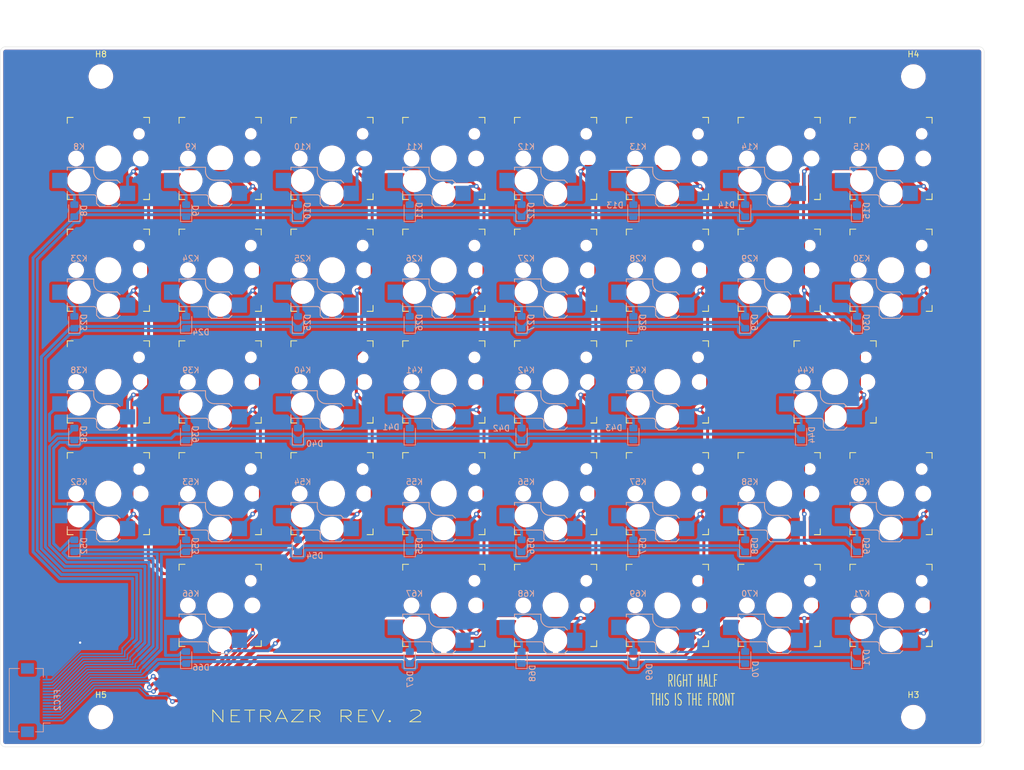
<source format=kicad_pcb>
(kicad_pcb (version 20211014) (generator pcbnew)
  (title_block (title "NetRazr Keyboard") (rev "2") (comment 1 "Split KB for use in NetRazr Cyberdeck."))
  (layers (0 "F.Cu" signal) (31 "B.Cu" signal) (34 "B.Paste" user) (35 "F.Paste" user) (36 "B.SilkS" user "B.Silkscreen") (37 "F.SilkS" user "F.Silkscreen") (38 "B.Mask" user) (39 "F.Mask" user) (44 "Edge.Cuts" user))
  (net 0 "")
  (net 1 "GND")
  (net 2 "/Row_7")
  (net 3 "/Row_8")
  (net 4 "/Row_0")
  (net 5 "/Row_1")
  (net 6 "/Row_2")
  (net 7 "/Row_3")
  (net 8 "/Row_4")
  (net 9 "/Row_5")
  (net 10 "/Row_6")
  (net 11 "/Col_4")
  (net 12 "/Col_5")
  (net 13 "/Col_6")
  (net 14 "/Col_7")
  (net 15 "/Row_9")
  (net 16 "Net-(D8-Pad2)")
  (net 17 "Net-(D9-Pad2)")
  (net 18 "Net-(D10-Pad2)")
  (net 19 "Net-(D11-Pad2)")
  (net 20 "Net-(D12-Pad2)")
  (net 21 "Net-(D13-Pad2)")
  (net 22 "Net-(D14-Pad2)")
  (net 23 "Net-(D15-Pad2)")
  (net 24 "Net-(D23-Pad2)")
  (net 25 "Net-(D24-Pad2)")
  (net 26 "Net-(D25-Pad2)")
  (net 27 "Net-(D26-Pad2)")
  (net 28 "Net-(D27-Pad2)")
  (net 29 "Net-(D28-Pad2)")
  (net 30 "Net-(D29-Pad2)")
  (net 31 "Net-(D30-Pad2)")
  (net 32 "Net-(D38-Pad2)")
  (net 33 "Net-(D39-Pad2)")
  (net 34 "Net-(D40-Pad2)")
  (net 35 "Net-(D41-Pad2)")
  (net 36 "Net-(D42-Pad2)")
  (net 37 "Net-(D43-Pad2)")
  (net 38 "Net-(D44-Pad2)")
  (net 39 "Net-(D52-Pad2)")
  (net 40 "Net-(D53-Pad2)")
  (net 41 "Net-(D54-Pad2)")
  (net 42 "Net-(D55-Pad2)")
  (net 43 "Net-(D56-Pad2)")
  (net 44 "Net-(D57-Pad2)")
  (net 45 "Net-(D58-Pad2)")
  (net 46 "Net-(D59-Pad2)")
  (net 47 "Net-(D66-Pad2)")
  (net 48 "Net-(D67-Pad2)")
  (net 49 "Net-(D68-Pad2)")
  (net 50 "Net-(D69-Pad2)")
  (net 51 "Net-(D70-Pad2)")
  (net 52 "Net-(D71-Pad2)")
  (footprint "Kailh_Choc:Kailh_socket_PG1350" (layer "F.Cu") (at 291.365 154.65)
    (fp_text reference "K67")
    (fp_text value "RALT")
  )
  (footprint "Kailh_Choc:Kailh_socket_PG1350" (layer "F.Cu") (at 234.215 135.6)
    (fp_text reference "K52")
    (fp_text value "N")
  )
  (footprint "Kailh_Choc:Kailh_socket_PG1350" (layer "F.Cu") (at 367.565 97.5)
    (fp_text reference "K30")
    (fp_text value "|,,,,,,,,,\\")
  )
  (footprint "Kailh_Choc:Kailh_socket_PG1350" (layer "F.Cu") (at 329.465 154.65)
    (fp_text reference "K69")
    (fp_text value "LEFT")
  )
  (footprint "Kailh_Choc:Kailh_socket_PG1350" (layer "F.Cu") (at 253.265 116.55)
    (fp_text reference "K39")
    (fp_text value "J")
  )
  (footprint "Kailh_Choc:Kailh_socket_PG1350" (layer "F.Cu") (at 310.415 78.45)
    (fp_text reference "K12")
    (fp_text value "),,f10,,,,,,,0")
  )
  (footprint "MountingHole:MountingHole_3.2mm_M3_DIN965" (layer "F.Cu") (at 371.375 64.48)
    (fp_text reference "H4")
    (fp_text value "MountingHole")
  )
  (footprint "Kailh_Choc:Kailh_socket_PG1350" (layer "F.Cu") (at 234.215 97.5)
    (fp_text reference "K23")
    (fp_text value "Y")
  )
  (footprint "Kailh_Choc:Kailh_socket_PG1350" (layer "F.Cu") (at 329.465 135.6)
    (fp_text reference "K57")
    (fp_text value "RSHIFT")
  )
  (footprint "Kailh_Choc:Kailh_socket_PG1350" (layer "F.Cu") (at 348.515 135.6)
    (fp_text reference "K58")
    (fp_text value "UP")
  )
  (footprint "Kailh_Choc:Kailh_socket_PG1350" (layer "F.Cu") (at 272.315 135.6)
    (fp_text reference "K54")
    (fp_text value "<,,,,,,,,,,")
  )
  (footprint "Kailh_Choc:Kailh_socket_PG1350" (layer "F.Cu") (at 310.415 97.5)
    (fp_text reference "K27")
    (fp_text value "P")
  )
  (footprint "Kailh_Choc:Kailh_socket_PG1350" (layer "F.Cu") (at 310.415 116.55)
    (fp_text reference "K42")
    (fp_text value ":,,,,,,,,,;")
  )
  (footprint "Kailh_Choc:Kailh_socket_PG1350" (layer "F.Cu") (at 291.365 97.5)
    (fp_text reference "K26")
    (fp_text value "O")
  )
  (footprint "Kailh_Choc:Kailh_socket_PG1350" (layer "F.Cu") (at 291.365 135.6)
    (fp_text reference "K55")
    (fp_text value ">,,,,,,,,,.")
  )
  (footprint "Kailh_Choc:Kailh_socket_PG1350" (layer "F.Cu") (at 253.265 97.5)
    (fp_text reference "K24")
    (fp_text value "U")
  )
  (footprint "Kailh_Choc:Kailh_socket_PG1350" (layer "F.Cu") (at 253.265 154.65)
    (fp_text reference "K66")
    (fp_text value "RSPACE")
  )
  (footprint "Kailh_Choc:Kailh_socket_PG1350" (layer "F.Cu") (at 348.515 78.45)
    (fp_text reference "K14")
    (fp_text value "+,,f12,,,,,,,=")
  )
  (footprint "MountingHole:MountingHole_3.2mm_M3_DIN965" (layer "F.Cu") (at 371.375 173.7)
    (fp_text reference "H3")
    (fp_text value "MountingHole")
  )
  (footprint "Kailh_Choc:Kailh_socket_PG1350" (layer "F.Cu") (at 329.465 97.5)
    (fp_text reference "K28")
    (fp_text value "{,,,,,,,,,[}")
  )
  (footprint "Kailh_Choc:Kailh_socket_PG1350" (layer "F.Cu") (at 329.465 116.55)
    (fp_text reference "K43")
    (fp_text value "\",,,,,,,,,'")
  )
  (footprint "Kailh_Choc:Kailh_socket_PG1350" (layer "F.Cu") (at 272.315 116.55)
    (fp_text reference "K40")
    (fp_text value "K")
  )
  (footprint "Kailh_Choc:Kailh_socket_PG1350" (layer "F.Cu") (at 234.215 116.55)
    (fp_text reference "K38")
    (fp_text value "H")
  )
  (footprint "Kailh_Choc:Kailh_socket_PG1350" (layer "F.Cu") (at 272.315 78.45)
    (fp_text reference "K10")
    (fp_text value "*,,f8,,,,,,,8")
  )
  (footprint "Kailh_Choc:Kailh_socket_PG1350" (layer "F.Cu") (at 272.315 97.5)
    (fp_text reference "K25")
    (fp_text value "I")
  )
  (footprint "Kailh_Choc:Kailh_socket_PG1350" (layer "F.Cu") (at 348.515 97.5)
    (fp_text reference "K29")
    (fp_text value "},,,,,,,,,]")
  )
  (footprint "Kailh_Choc:Kailh_socket_PG1350" (layer "F.Cu") (at 367.565 135.6)
    (fp_text reference "K59")
    (fp_text value "DEL")
  )
  (footprint "Kailh_Choc:Kailh_socket_PG1350" (layer "F.Cu") (at 291.365 116.55)
    (fp_text reference "K41")
    (fp_text value "L")
  )
  (footprint "Kailh_Choc:Kailh_socket_PG1350" (layer "F.Cu") (at 291.365 78.45)
    (fp_text reference "K11")
    (fp_text value "(,,f9,,,,,,,9")
  )
  (footprint "Kailh_Choc:Kailh_socket_PG1350" (layer "F.Cu") (at 367.565 154.65)
    (fp_text reference "K71")
    (fp_text value "RIGHT")
  )
  (footprint "Kailh_Choc:Kailh_socket_PG1350" (layer "F.Cu") (at 310.415 135.6)
    (fp_text reference "K56")
    (fp_text value "?,,,,,,,,,/")
  )
  (footprint "MountingHole:MountingHole_3.2mm_M3_DIN965" (layer "F.Cu") (at 232.945 64.48)
    (fp_text reference "H8")
    (fp_text value "MountingHole")
  )
  (footprint "Kailh_Choc:Kailh_socket_PG1350" (layer "F.Cu") (at 367.565 78.45)
    (fp_text reference "K15")
    (fp_text value "BKSP")
  )
  (footprint "Kailh_Choc:Kailh_socket_PG1350" (layer "F.Cu") (at 234.215 78.45)
    (fp_text reference "K8")
    (fp_text value "^,,f6,,,,,,,6")
  )
  (footprint "Kailh_Choc:Kailh_socket_PG1350" (layer "F.Cu") (at 253.265 135.6)
    (fp_text reference "K53")
    (fp_text value "M")
  )
  (footprint "Kailh_Choc:Kailh_socket_PG1350" (layer "F.Cu") (at 329.465 78.45)
    (fp_text reference "K13")
    (fp_text value "_,,f11,,,,,,,-")
  )
  (footprint "Kailh_Choc:Kailh_socket_PG1350" (layer "F.Cu") (at 358.04 116.55)
    (fp_text reference "K44")
    (fp_text value ",,ENTER")
  )
  (footprint "MountingHole:MountingHole_3.2mm_M3_DIN965" (layer "F.Cu") (at 232.945 173.7)
    (fp_text reference "H5")
    (fp_text value "MountingHole")
  )
  (footprint "Kailh_Choc:Kailh_socket_PG1350" (layer "F.Cu") (at 253.265 78.45)
    (fp_text reference "K9")
    (fp_text value "&,,f7,,,,,,,7")
  )
  (footprint "Kailh_Choc:Kailh_socket_PG1350" (layer "F.Cu") (at 310.415 154.65)
    (fp_text reference "K68")
    (fp_text value "RCTRL")
  )
  (footprint "Kailh_Choc:Kailh_socket_PG1350" (layer "F.Cu") (at 348.515 154.65)
    (fp_text reference "K70")
    (fp_text value "DOWN")
  )
  (footprint "Diode_SMD:D_0805_2012Metric_Pad1.15x1.40mm_HandSolder" (layer "B.Cu") (at 304.615 87.34 90)
    (fp_text reference "D12")
    (fp_text value "D")
  )
  (footprint "Diode_SMD:D_0805_2012Metric_Pad1.15x1.40mm_HandSolder" (layer "B.Cu") (at 266.515 87.34 90)
    (fp_text reference "D10")
    (fp_text value "D")
  )
  (footprint "Diode_SMD:D_0805_2012Metric_Pad1.15x1.40mm_HandSolder" (layer "B.Cu") (at 361.765 163.54 90)
    (fp_text reference "D71")
    (fp_text value "D")
  )
  (footprint "Diode_SMD:D_0805_2012Metric_Pad1.15x1.40mm_HandSolder" (layer "B.Cu") (at 247.465 163.54 90)
    (fp_text reference "D66")
    (fp_text value "D")
  )
  (footprint "Diode_SMD:D_0805_2012Metric_Pad1.15x1.40mm_HandSolder" (layer "B.Cu") (at 323.665 125.44 90)
    (fp_text reference "D43")
    (fp_text value "D")
  )
  (footprint "Diode_SMD:D_0805_2012Metric_Pad1.15x1.40mm_HandSolder" (layer "B.Cu") (at 228.415 87.34 90)
    (fp_text reference "D8")
    (fp_text value "D")
  )
  (footprint "Diode_SMD:D_0805_2012Metric_Pad1.15x1.40mm_HandSolder" (layer "B.Cu") (at 361.765 106.39 90)
    (fp_text reference "D30")
    (fp_text value "D")
  )
  (footprint "Diode_SMD:D_0805_2012Metric_Pad1.15x1.40mm_HandSolder" (layer "B.Cu") (at 285.565 125.44 90)
    (fp_text reference "D41")
    (fp_text value "D")
  )
  (footprint "Diode_SMD:D_0805_2012Metric_Pad1.15x1.40mm_HandSolder" (layer "B.Cu") (at 266.515 125.44 90)
    (fp_text reference "D40")
    (fp_text value "D")
  )
  (footprint "Diode_SMD:D_0805_2012Metric_Pad1.15x1.40mm_HandSolder" (layer "B.Cu") (at 361.765 87.34 90)
    (fp_text reference "D15")
    (fp_text value "D")
  )
  (footprint "Diode_SMD:D_0805_2012Metric_Pad1.15x1.40mm_HandSolder" (layer "B.Cu") (at 323.665 87.34 90)
    (fp_text reference "D13")
    (fp_text value "D")
  )
  (footprint "Diode_SMD:D_0805_2012Metric_Pad1.15x1.40mm_HandSolder" (layer "B.Cu") (at 228.415 106.39 90)
    (fp_text reference "D23")
    (fp_text value "D")
  )
  (footprint "Diode_SMD:D_0805_2012Metric_Pad1.15x1.40mm_HandSolder" (layer "B.Cu") (at 304.615 144.49 90)
    (fp_text reference "D56")
    (fp_text value "D")
  )
  (footprint "Diode_SMD:D_0805_2012Metric_Pad1.15x1.40mm_HandSolder" (layer "B.Cu") (at 266.515 144.49 90)
    (fp_text reference "D54")
    (fp_text value "D")
  )
  (footprint "Diode_SMD:D_0805_2012Metric_Pad1.15x1.40mm_HandSolder" (layer "B.Cu") (at 247.465 144.49 90)
    (fp_text reference "D53")
    (fp_text value "D")
  )
  (footprint "Diode_SMD:D_0805_2012Metric_Pad1.15x1.40mm_HandSolder" (layer "B.Cu") (at 228.415 144.49 90)
    (fp_text reference "D52")
    (fp_text value "D")
  )
  (footprint "Diode_SMD:D_0805_2012Metric_Pad1.15x1.40mm_HandSolder" (layer "B.Cu") (at 247.465 106.39 90)
    (fp_text reference "D24")
    (fp_text value "D")
  )
  (footprint "Diode_SMD:D_0805_2012Metric_Pad1.15x1.40mm_HandSolder" (layer "B.Cu") (at 323.665 163.54 90)
    (fp_text reference "D69")
    (fp_text value "D")
  )
  (footprint "Diode_SMD:D_0805_2012Metric_Pad1.15x1.40mm_HandSolder" (layer "B.Cu") (at 285.565 163.54 90)
    (fp_text reference "D67")
    (fp_text value "D")
  )
  (footprint "Diode_SMD:D_0805_2012Metric_Pad1.15x1.40mm_HandSolder" (layer "B.Cu") (at 342.715 144.49 90)
    (fp_text reference "D58")
    (fp_text value "D")
  )
  (footprint "Diode_SMD:D_0805_2012Metric_Pad1.15x1.40mm_HandSolder" (layer "B.Cu") (at 352.24 125.44 90)
    (fp_text reference "D44")
    (fp_text value "D")
  )
  (footprint "Diode_SMD:D_0805_2012Metric_Pad1.15x1.40mm_HandSolder" (layer "B.Cu") (at 323.665 144.49 90)
    (fp_text reference "D57")
    (fp_text value "D")
  )
  (footprint "Diode_SMD:D_0805_2012Metric_Pad1.15x1.40mm_HandSolder" (layer "B.Cu") (at 342.715 87.34 90)
    (fp_text reference "D14")
    (fp_text value "D")
  )
  (footprint "Diode_SMD:D_0805_2012Metric_Pad1.15x1.40mm_HandSolder" (layer "B.Cu") (at 304.615 125.44 90)
    (fp_text reference "D42")
    (fp_text value "D")
  )
  (footprint "Diode_SMD:D_0805_2012Metric_Pad1.15x1.40mm_HandSolder" (layer "B.Cu") (at 304.615 163.54 90)
    (fp_text reference "D68")
    (fp_text value "D")
  )
  (footprint "Diode_SMD:D_0805_2012Metric_Pad1.15x1.40mm_HandSolder" (layer "B.Cu") (at 266.515 106.39 90)
    (fp_text reference "D25")
    (fp_text value "D")
  )
  (footprint "Diode_SMD:D_0805_2012Metric_Pad1.15x1.40mm_HandSolder" (layer "B.Cu") (at 247.465 125.44 90)
    (fp_text reference "D39")
    (fp_text value "D")
  )
  (footprint "Diode_SMD:D_0805_2012Metric_Pad1.15x1.40mm_HandSolder" (layer "B.Cu") (at 285.565 144.49 90)
    (fp_text reference "D55")
    (fp_text value "D")
  )
  (footprint "Connector_FFC-FPC:Hirose_FH12-15S-0.5SH_1x15-1MP_P0.50mm_Horizontal" (layer "B.Cu") (at 221.83 170.8 90)
    (fp_text reference "FFC2")
    (fp_text value "Hirose_FH12-15S-0.5SH_1x15-1MP_P0.50mm_Horizontal")
  )
  (footprint "Diode_SMD:D_0805_2012Metric_Pad1.15x1.40mm_HandSolder" (layer "B.Cu") (at 342.715 106.39 90)
    (fp_text reference "D29")
    (fp_text value "D")
  )
  (footprint "Diode_SMD:D_0805_2012Metric_Pad1.15x1.40mm_HandSolder" (layer "B.Cu") (at 304.615 106.39 90)
    (fp_text reference "D27")
    (fp_text value "D")
  )
  (footprint "Diode_SMD:D_0805_2012Metric_Pad1.15x1.40mm_HandSolder" (layer "B.Cu") (at 323.665 106.39 90)
    (fp_text reference "D28")
    (fp_text value "D")
  )
  (footprint "Diode_SMD:D_0805_2012Metric_Pad1.15x1.40mm_HandSolder" (layer "B.Cu") (at 228.415 125.44 90)
    (fp_text reference "D38")
    (fp_text value "D")
  )
  (footprint "Diode_SMD:D_0805_2012Metric_Pad1.15x1.40mm_HandSolder" (layer "B.Cu") (at 285.565 87.34 90)
    (fp_text reference "D11")
    (fp_text value "D")
  )
  (footprint "Diode_SMD:D_0805_2012Metric_Pad1.15x1.40mm_HandSolder" (layer "B.Cu") (at 285.565 106.39 90)
    (fp_text reference "D26")
    (fp_text value "D")
  )
  (footprint "Diode_SMD:D_0805_2012Metric_Pad1.15x1.40mm_HandSolder" (layer "B.Cu") (at 247.465 87.34 90)
    (fp_text reference "D9")
    (fp_text value "D")
  )
  (footprint "Diode_SMD:D_0805_2012Metric_Pad1.15x1.40mm_HandSolder" (layer "B.Cu") (at 361.765 144.49 90)
    (fp_text reference "D59")
    (fp_text value "D")
  )
  (footprint "Diode_SMD:D_0805_2012Metric_Pad1.15x1.40mm_HandSolder" (layer "B.Cu") (at 342.715 163.54 90)
    (fp_text reference "D70")
    (fp_text value "D")
  )
  (gr_arc (start 382.551 59.4) (mid 383.179618 59.660382) (end 383.44 60.289) (layer "Edge.Cuts") (width 0.05))
  (gr_arc (start 383.44 177.891) (mid 383.179618 178.519618) (end 382.551 178.78) (layer "Edge.Cuts") (width 0.05))
  (gr_line (start 383.44 177.891) (end 383.44 60.289) (layer "Edge.Cuts") (width 0.05))
  (gr_line (start 215.8 60.289) (end 215.8 177.891) (layer "Edge.Cuts") (width 0.05))
  (gr_line (start 216.689 178.78) (end 382.551 178.78) (layer "Edge.Cuts") (width 0.05))
  (gr_line (start 382.551 59.4) (end 216.689 59.4) (layer "Edge.Cuts") (width 0.05))
  (gr_arc (start 215.8 60.289) (mid 216.060382 59.660382) (end 216.689 59.4) (layer "Edge.Cuts") (width 0.05))
  (gr_arc (start 216.689 178.78) (mid 216.060382 178.519618) (end 215.8 177.891) (layer "Edge.Cuts") (width 0.05))
  (gr_text "NETRAZR REV. 2" (at 269.648 173.573) (layer "F.SilkS") (effects (font (size 2 3))))
  (gr_text "RIGHT HALF\nTHIS IS THE FRONT" (at 333.783 169.128) (layer "F.SilkS") (effects (font (size 2 1))))
  (via (at 229.4 161) (size 0.8) (drill 0.4) (layers "F.Cu" "B.Cu") (net 1))
  (segment (start 224.467208 167.3) (end 229.180406 162.586802) (width 0.25) (layer "B.Cu") (net 1))
  (segment (start 223.68 167.3) (end 224.467208 167.3) (width 0.25) (layer "B.Cu") (net 1))
  (segment (start 229.180406 162.586802) (end 229.4 162.367208) (width 0.25) (layer "B.Cu") (net 1))
  (segment (start 229.4 162.367208) (end 229.4 161) (width 0.25) (layer "B.Cu") (net 1))
  (segment (start 285.565 126.465) (end 285.24 126.14) (width 0.5) (layer "B.Cu") (net 2))
  (segment (start 305.92995 126.14) (end 305.765 126.30495) (width 0.5) (layer "B.Cu") (net 2))
  (segment (start 227.265 126.84) (end 227.265 127.079949) (width 0.5) (layer "B.Cu") (net 2))
  (segment (start 267.254949 127.49) (end 265.775051 127.49) (width 0.5) (layer "B.Cu") (net 2))
  (segment (start 229.154949 127.49) (end 229.804949 126.84) (width 0.5) (layer "B.Cu") (net 2))
  (segment (start 246.44 126.84) (end 247.14 126.14) (width 0.5) (layer "B.Cu") (net 2))
  (segment (start 265.775051 127.49) (end 265.365 127.079949) (width 0.5) (layer "B.Cu") (net 2))
  (segment (start 305.354949 127.49) (end 303.875051 127.49) (width 0.5) (layer "B.Cu") (net 2))
  (segment (start 229.804949 126.84) (end 246.44 126.84) (width 0.5) (layer "B.Cu") (net 2))
  (segment (start 225.9049 126.84) (end 227.265 126.84) (width 0.5) (layer "B.Cu") (net 2))
  (segment (start 247.79 126.14) (end 247.465 126.465) (width 0.5) (layer "B.Cu") (net 2))
  (segment (start 285.24 126.14) (end 267.82995 126.14) (width 0.5) (layer "B.Cu") (net 2))
  (segment (start 303.875051 127.49) (end 302.525051 126.14) (width 0.5) (layer "B.Cu") (net 2))
  (segment (start 238.803554 164.621546) (end 239.6451 163.78) (width 0.25) (layer "B.Cu") (net 2))
  (segment (start 323.665 126.465) (end 323.34 126.14) (width 0.5) (layer "B.Cu") (net 2))
  (segment (start 224.89 137.349999) (end 224.89 127.8549) (width 0.5) (layer "B.Cu") (net 2))
  (segment (start 229.565 141.828429) (end 231.215001 140.178428) (width 0.5) (layer "B.Cu") (net 2))
  (segment (start 230.043428 137.349999) (end 224.89 137.349999) (width 0.5) (layer "B.Cu") (net 2))
  (segment (start 224.89 127.8549) (end 225.9049 126.84) (width 0.5) (layer "B.Cu") (net 2))
  (segment (start 323.34 126.14) (end 305.92995 126.14) (width 0.5) (layer "B.Cu") (net 2))
  (segment (start 227 168.6) (end 225.3 170.3) (width 0.25) (layer "B.Cu") (net 2))
  (segment (start 265.365 126.30495) (end 265.20005 126.14) (width 0.5) (layer "B.Cu") (net 2))
  (segment (start 229.154949 144.49) (end 229.565 144.079949) (width 0.5) (layer "B.Cu") (net 2))
  (segment (start 226.479976 145.685075) (end 227.675051 144.49) (width 0.5) (layer "B.Cu") (net 2))
  (segment (start 305.765 127.079949) (end 305.354949 127.49) (width 0.5) (layer "B.Cu") (net 2))
  (segment (start 267.665 126.30495) (end 267.665 127.079949) (width 0.5) (layer "B.Cu") (net 2))
  (segment (start 241.84 146.587) (end 227.3819 146.587) (width 0.5) (layer "B.Cu") (net 2))
  (segment (start 227.265 127.079949) (end 227.675051 127.49) (width 0.5) (layer "B.Cu") (net 2))
  (segment (start 305.765 126.30495) (end 305.765 127.079949) (width 0.5) (layer "B.Cu") (net 2))
  (segment (start 231.215001 140.178428) (end 231.215001 138.521572) (width 0.5) (layer "B.Cu") (net 2))
  (segment (start 302.525051 126.14) (end 285.89 126.14) (width 0.5) (layer "B.Cu") (net 2))
  (segment (start 231.215001 138.521572) (end 230.043428 137.349999) (width 0.5) (layer "B.Cu") (net 2))
  (segment (start 267.82995 126.14) (end 267.665 126.30495) (width 0.5) (layer "B.Cu") (net 2))
  (segment (start 227.675051 144.49) (end 229.154949 144.49) (width 0.5) (layer "B.Cu") (net 2))
  (segment (start 265.365 127.079949) (end 265.365 126.30495) (width 0.5) (layer "B.Cu") (net 2))
  (segment (start 230.430584 165.155) (end 238.803554 165.155) (width 0.25) (layer "B.Cu") (net 2))
  (segment (start 238.803554 165.155) (end 238.803554 164.621546) (width 0.25) (layer "B.Cu") (net 2))
  (segment (start 267.665 127.079949) (end 267.254949 127.49) (width 0.5) (layer "B.Cu") (net 2))
  (segment (start 227.675051 127.49) (end 229.154949 127.49) (width 0.5) (layer "B.Cu") (net 2))
  (segment (start 230.430584 165.155) (end 227 168.585584) (width 0.25) (layer "B.Cu") (net 2))
  (segment (start 227 168.585584) (end 227 168.6) (width 0.25) (layer "B.Cu") (net 2))
  (segment (start 265.20005 126.14) (end 247.79 126.14) (width 0.5) (layer "B.Cu") (net 2))
  (segment (start 285.89 126.14) (end 285.565 126.465) (width 0.5) (layer "B.Cu") (net 2))
  (segment (start 229.565 144.079949) (end 229.565 141.828429) (width 0.5) (layer "B.Cu") (net 2))
  (segment (start 225.3 170.3) (end 223.68 170.3) (width 0.25) (layer "B.Cu") (net 2))
  (segment (start 241.84 161.5851) (end 241.84 146.587) (width 0.5) (layer "B.Cu") (net 2))
  (segment (start 239.6451 163.78) (end 241.84 161.5851) (width 0.5) (layer "B.Cu") (net 2))
  (segment (start 227.3819 146.587) (end 226.479976 145.685075) (width 0.5) (layer "B.Cu") (net 2))
  (segment (start 323.34 145.19) (end 323.665 145.515) (width 0.5) (layer "B.Cu") (net 3))
  (segment (start 303.465 146.129949) (end 303.875051 146.54) (width 0.5) (layer "B.Cu") (net 3))
  (segment (start 323.99 145.19) (end 341.40005 145.19) (width 0.5) (layer "B.Cu") (net 3))
  (segment (start 243.24 145.89) (end 243.24 162.165) (width 0.5) (layer "B.Cu") (net 3))
  (segment (start 267.254949 146.54) (end 267.665 146.129949) (width 0.5) (layer "B.Cu") (net 3))
  (segment (start 247.465 145.515) (end 246.690001 145.515) (width 0.5) (layer "B.Cu") (net 3))
  (segment (start 265.365 145.35495) (end 265.365 146.129949) (width 0.5) (layer "B.Cu") (net 3))
  (segment (start 344.696573 146.54) (end 347.686572 143.550001) (width 0.5) (layer "B.Cu") (net 3))
  (segment (start 225.572792 171.3) (end 223.68 171.3) (width 0.25) (layer "B.Cu") (net 3))
  (segment (start 285.24 145.19) (end 285.565 145.515) (width 0.5) (layer "B.Cu") (net 3))
  (segment (start 267.665 145.35495) (end 267.82995 145.19) (width 0.5) (layer "B.Cu") (net 3))
  (segment (start 341.40005 145.19) (end 341.565 145.35495) (width 0.5) (layer "B.Cu") (net 3))
  (segment (start 239.703554 166.055) (end 239.703554 165.701446) (width 0.25) (layer "B.Cu") (net 3))
  (segment (start 341.975051 146.54) (end 344.696573 146.54) (width 0.5) (layer "B.Cu") (net 3))
  (segment (start 303.875051 146.54) (end 305.354949 146.54) (width 0.5) (layer "B.Cu") (net 3))
  (segment (start 246.315 145.89) (end 243.24 145.89) (width 0.5) (layer "B.Cu") (net 3))
  (segment (start 305.354949 146.54) (end 306.704949 145.19) (width 0.5) (layer "B.Cu") (net 3))
  (segment (start 265.365 146.129949) (end 265.775051 146.54) (width 0.5) (layer "B.Cu") (net 3))
  (segment (start 267.82995 145.19) (end 285.24 145.19) (width 0.5) (layer "B.Cu") (net 3))
  (segment (start 227.9 168.972792) (end 225.572792 171.3) (width 0.25) (layer "B.Cu") (net 3))
  (segment (start 347.686572 143.550001) (end 359.800001 143.550001) (width 0.5) (layer "B.Cu") (net 3))
  (segment (start 239.703554 165.701446) (end 240.225 165.18) (width 0.25) (layer "B.Cu") (net 3))
  (segment (start 265.20005 145.19) (end 265.365 145.35495) (width 0.5) (layer "B.Cu") (net 3))
  (segment (start 323.665 145.515) (end 323.99 145.19) (width 0.5) (layer "B.Cu") (net 3))
  (segment (start 230.803376 166.055) (end 239.703554 166.055) (width 0.25) (layer "B.Cu") (net 3))
  (segment (start 359.800001 143.550001) (end 361.765 145.515) (width 0.5) (layer "B.Cu") (net 3))
  (segment (start 341.565 146.129949) (end 341.975051 146.54) (width 0.5) (layer "B.Cu") (net 3))
  (segment (start 230.803376 166.055) (end 227.9 168.958376) (width 0.25) (layer "B.Cu") (net 3))
  (segment (start 306.704949 145.19) (end 323.34 145.19) (width 0.5) (layer "B.Cu") (net 3))
  (segment (start 285.89 145.19) (end 303.30005 145.19) (width 0.5) (layer "B.Cu") (net 3))
  (segment (start 303.465 145.35495) (end 303.465 146.129949) (width 0.5) (layer "B.Cu") (net 3))
  (segment (start 247.79 145.19) (end 265.20005 145.19) (width 0.5) (layer "B.Cu") (net 3))
  (segment (start 247.465 145.515) (end 247.79 145.19) (width 0.5) (layer "B.Cu") (net 3))
  (segment (start 341.565 145.35495) (end 341.565 146.129949) (width 0.5) (layer "B.Cu") (net 3))
  (segment (start 303.30005 145.19) (end 303.465 145.35495) (width 0.5) (layer "B.Cu") (net 3))
  (segment (start 267.665 146.129949) (end 267.665 145.35495) (width 0.5) (layer "B.Cu") (net 3))
  (segment (start 246.690001 145.515) (end 246.315 145.89) (width 0.5) (layer "B.Cu") (net 3))
  (segment (start 243.24 162.165) (end 240.225 165.18) (width 0.5) (layer "B.Cu") (net 3))
  (segment (start 227.9 168.958376) (end 227.9 168.972792) (width 0.25) (layer "B.Cu") (net 3))
  (segment (start 265.775051 146.54) (end 267.254949 146.54) (width 0.5) (layer "B.Cu") (net 3))
  (segment (start 285.565 145.515) (end 285.89 145.19) (width 0.5) (layer "B.Cu") (net 3))
  (segment (start 242.8199 164.565) (end 241.56995 165.81495) (width 0.5) (layer "B.Cu") (net 4))
  (segment (start 284.25005 164.24) (end 284.415 164.40495) (width 0.5) (layer "B.Cu") (net 4))
  (segment (start 286.715 164.40495) (end 286.87995 164.24) (width 0.5) (layer "B.Cu") (net 4))
  (segment (start 240.4299 166.955) (end 241.25245 166.13245) (width 0.25) (layer "B.Cu") (net 4))
  (segment (start 304.7 164.48) (end 321.815051 164.48) (width 0.5) (layer "B.Cu") (net 4))
  (segment (start 322.925051 165.59) (end 324.404949 165.59) (width 0.5) (layer "B.Cu") (net 4))
  (segment (start 247.465 164.565) (end 242.8199 164.565) (width 0.5) (layer "B.Cu") (net 4))
  (segment (start 342.39 164.24) (end 342.715 164.565) (width 0.5) (layer "B.Cu") (net 4))
  (segment (start 284.415 164.40495) (end 284.415 165.179949) (width 0.5) (layer "B.Cu") (net 4))
  (segment (start 321.815051 164.48) (end 322.925051 165.59) (width 0.5) (layer "B.Cu") (net 4))
  (segment (start 231.176168 166.955) (end 240.4299 166.955) (width 0.25) (layer "B.Cu") (net 4))
  (segment (start 304.615 164.565) (end 304.7 164.48) (width 0.5) (layer "B.Cu") (net 4))
  (segment (start 228.8 169.331168) (end 228.8 169.345584) (width 0.25) (layer "B.Cu") (net 4))
  (segment (start 304.29 164.24) (end 304.615 164.565) (width 0.5) (layer "B.Cu") (net 4))
  (segment (start 284.825051 165.59) (end 286.304949 165.59) (width 0.5) (layer "B.Cu") (net 4))
  (segment (start 286.715 165.179949) (end 286.715 164.40495) (width 0.5) (layer "B.Cu") (net 4))
  (segment (start 228.8 169.345584) (end 225.845584 172.3) (width 0.25) (layer "B.Cu") (net 4))
  (segment (start 324.404949 165.59) (end 325.754949 164.24) (width 0.5) (layer "B.Cu") (net 4))
  (segment (start 241.56995 165.81495) (end 241.25245 166.13245) (width 0.5) (layer "B.Cu") (net 4))
  (segment (start 325.754949 164.24) (end 342.39 164.24) (width 0.5) (layer "B.Cu") (net 4))
  (segment (start 247.79 164.24) (end 284.25005 164.24) (width 0.5) (layer "B.Cu") (net 4))
  (segment (start 231.176168 166.955) (end 228.8 169.331168) (width 0.25) (layer "B.Cu") (net 4))
  (segment (start 286.87995 164.24) (end 304.29 164.24) (width 0.5) (layer "B.Cu") (net 4))
  (segment (start 225.845584 172.3) (end 223.68 172.3) (width 0.25) (layer "B.Cu") (net 4))
  (segment (start 284.415 165.179949) (end 284.825051 165.59) (width 0.5) (layer "B.Cu") (net 4))
  (segment (start 286.304949 165.59) (end 286.715 165.179949) (width 0.5) (layer "B.Cu") (net 4))
  (segment (start 247.465 164.565) (end 247.79 164.24) (width 0.5) (layer "B.Cu") (net 4))
  (segment (start 246.025051 145.19) (end 246.725051 144.49) (width 0.5) (layer "B.Cu") (net 5))
  (segment (start 267.54 144.49) (end 303.59 144.49) (width 0.5) (layer "B.Cu") (net 5))
  (segment (start 265.49 144.49) (end 266.515 145.515) (width 0.5) (layer "B.Cu") (net 5))
  (segment (start 228.415 145.515) (end 229.119899 145.515) (width 0.5) (layer "B.Cu") (net 5))
  (segment (start 228.415 145.515) (end 228.74 145.19) (width 0.5) (layer "B.Cu") (net 5))
  (segment (start 305.64 144.49) (end 341.69 144.49) (width 0.5) (layer "B.Cu") (net 5))
  (segment (start 230.61698 165.605) (end 227.45 168.77198) (width 0.25) (layer "B.Cu") (net 5))
  (segment (start 341.69 144.49) (end 342.715 145.515) (width 0.5) (layer "B.Cu") (net 5))
  (segment (start 239.253554 165.605) (end 230.61698 165.605) (width 0.25) (layer "B.Cu") (net 5))
  (segment (start 242.54 145.887) (end 242.54 161.87505) (width 0.5) (layer "B.Cu") (net 5))
  (segment (start 303.59 144.49) (end 304.615 145.515) (width 0.5) (layer "B.Cu") (net 5))
  (segment (start 239.253554 165.161496) (end 239.253554 165.605) (width 0.25) (layer "B.Cu") (net 5))
  (segment (start 227.45 168.77198) (end 227.45 168.786396) (width 0.25) (layer "B.Cu") (net 5))
  (segment (start 304.615 145.515) (end 305.64 144.49) (width 0.5) (layer "B.Cu") (net 5))
  (segment (start 227.45 168.786396) (end 225.436396 170.8) (width 0.25) (layer "B.Cu") (net 5))
  (segment (start 239.93505 164.48) (end 239.253554 165.161496) (width 0.25) (layer "B.Cu") (net 5))
  (segment (start 229.491899 145.887) (end 242.54 145.887) (width 0.5) (layer "B.Cu") (net 5))
  (segment (start 225.436396 170.8) (end 223.68 170.8) (width 0.25) (layer "B.Cu") (net 5))
  (segment (start 266.515 145.515) (end 267.54 144.49) (width 0.5) (layer "B.Cu") (net 5))
  (segment (start 228.74 145.19) (end 246.025051 145.19) (width 0.5) (layer "B.Cu") (net 5))
  (segment (start 242.54 161.87505) (end 239.93505 164.48) (width 0.5) (layer "B.Cu") (net 5))
  (segment (start 246.725051 144.49) (end 265.49 144.49) (width 0.5) (layer "B.Cu") (net 5))
  (segment (start 229.119899 145.515) (end 229.491899 145.887) (width 0.5) (layer "B.Cu") (net 5))
  (segment (start 228.74 126.14) (end 244.945 126.14) (width 0.5) (layer "B.Cu") (net 6))
  (segment (start 227.09195 147.287) (end 241.14 147.287) (width 0.5) (layer "B.Cu") (net 6))
  (segment (start 241.14 161.29515) (end 239.412575 163.022575) (width 0.5) (layer "B.Cu") (net 6))
  (segment (start 225.61495 126.14) (end 224.19 127.56495) (width 0.5) (layer "B.Cu") (net 6))
  (segment (start 265.49 125.44) (end 266.515 126.465) (width 0.5) (layer "B.Cu") (net 6))
  (segment (start 238.353554 164.081596) (end 239.412575 163.022575) (width 0.25) (layer "B.Cu") (net 6))
  (segment (start 303.59 125.44) (end 304.615 126.465) (width 0.5) (layer "B.Cu") (net 6))
  (segment (start 228.415 126.465) (end 228.09 126.14) (width 0.5) (layer "B.Cu") (net 6))
  (segment (start 304.615 126.465) (end 305.64 125.44) (width 0.5) (layer "B.Cu") (net 6))
  (segment (start 238.353554 164.705) (end 238.353554 164.081596) (width 0.25) (layer "B.Cu") (net 6))
  (segment (start 241.14 147.287) (end 241.14 161.29515) (width 0.5) (layer "B.Cu") (net 6))
  (segment (start 230.244188 164.705) (end 225.149188 169.8) (width 0.25) (layer "B.Cu") (net 6))
  (segment (start 305.64 125.44) (end 351.215 125.44) (width 0.5) (layer "B.Cu") (net 6))
  (segment (start 266.515 126.465) (end 267.54 125.44) (width 0.5) (layer "B.Cu") (net 6))
  (segment (start 267.54 125.44) (end 303.59 125.44) (width 0.5) (layer "B.Cu") (net 6))
  (segment (start 351.215 125.44) (end 352.24 126.465) (width 0.5) (layer "B.Cu") (net 6))
  (segment (start 225.149188 169.8) (end 223.68 169.8) (width 0.25) (layer "B.Cu") (net 6))
  (segment (start 245.645 125.44) (end 265.49 125.44) (width 0.5) (layer "B.Cu") (net 6))
  (segment (start 224.19 127.56495) (end 224.19 144.38505) (width 0.5) (layer "B.Cu") (net 6))
  (segment (start 230.244188 164.705) (end 238.353554 164.705) (width 0.25) (layer "B.Cu") (net 6))
  (segment (start 228.09 126.14) (end 225.61495 126.14) (width 0.5) (layer "B.Cu") (net 6))
  (segment (start 228.415 126.465) (end 228.74 126.14) (width 0.5) (layer "B.Cu") (net 6))
  (segment (start 224.19 144.38505) (end 227.09195 147.287) (width 0.5) (layer "B.Cu") (net 6))
  (segment (start 244.945 126.14) (end 245.645 125.44) (width 0.5) (layer "B.Cu") (net 6))
  (segment (start 224.876396 168.8) (end 223.68 168.8) (width 0.25) (layer "B.Cu") (net 7))
  (segment (start 239.74 160.71525) (end 238.77525 161.68) (width 0.5) (layer "B.Cu") (net 7))
  (segment (start 341.69 106.39) (end 342.715 107.415) (width 0.5) (layer "B.Cu") (net 7))
  (segment (start 222.79 112.265001) (end 222.79 144.96495) (width 0.5) (layer "B.Cu") (net 7))
  (segment (start 237.453554 163.001696) (end 238.77525 161.68) (width 0.25) (layer "B.Cu") (net 7))
  (segment (start 228.74 107.09) (end 246.025051 107.09) (width 0.5) (layer "B.Cu") (net 7))
  (segment (start 228.415 107.415) (end 227.640001 107.415) (width 0.5) (layer "B.Cu") (net 7))
  (segment (start 229.871396 163.805) (end 224.876396 168.8) (width 0.25) (layer "B.Cu") (net 7))
  (segment (start 227.640001 107.415) (end 222.79 112.265001) (width 0.5) (layer "B.Cu") (net 7))
  (segment (start 239.74 148.687) (end 239.74 160.71525) (width 0.5) (layer "B.Cu") (net 7))
  (segment (start 237.453554 163.805) (end 237.453554 163.001696) (width 0.25) (layer "B.Cu") (net 7))
  (segment (start 226.512051 148.687) (end 239.74 148.687) (width 0.5) (layer "B.Cu") (net 7))
  (segment (start 246.725051 106.39) (end 265.49 106.39) (width 0.5) (layer "B.Cu") (net 7))
  (segment (start 265.49 106.39) (end 266.515 107.415) (width 0.5) (layer "B.Cu") (net 7))
  (segment (start 303.59 106.39) (end 304.615 107.415) (width 0.5) (layer "B.Cu") (net 7))
  (segment (start 246.025051 107.09) (end 246.725051 106.39) (width 0.5) (layer "B.Cu") (net 7))
  (segment (start 228.415 107.415) (end 228.74 107.09) (width 0.5) (layer "B.Cu") (net 7))
  (segment (start 305.64 106.39) (end 341.69 106.39) (width 0.5) (layer "B.Cu") (net 7))
  (segment (start 304.615 107.415) (end 305.64 106.39) (width 0.5) (layer "B.Cu") (net 7))
  (segment (start 222.79 144.96495) (end 226.512051 148.687) (width 0.5) (layer "B.Cu") (net 7))
  (segment (start 266.515 107.415) (end 267.54 106.39) (width 0.5) (layer "B.Cu") (net 7))
  (segment (start 267.54 106.39) (end 303.59 106.39) (width 0.5) (layer "B.Cu") (net 7))
  (segment (start 229.871396 163.805) (end 237.453554 163.805) (width 0.25) (layer "B.Cu") (net 7))
  (segment (start 238.34 150.087) (end 225.93215 150.087) (width 0.5) (layer "B.Cu") (net 8))
  (segment (start 341.69 87.34) (end 342.715 88.365) (width 0.5) (layer "B.Cu") (net 8))
  (segment (start 305.64 87.34) (end 341.69 87.34) (width 0.5) (layer "B.Cu") (net 8))
  (segment (start 229.498604 162.905) (end 224.603604 167.8) (width 0.25) (layer "B.Cu") (net 8))
  (segment (start 266.515 88.365) (end 267.54 87.34) (width 0.5) (layer "B.Cu") (net 8))
  (segment (start 304.615 88.365) (end 305.64 87.34) (width 0.5) (layer "B.Cu") (net 8))
  (segment (start 303.59 87.34) (end 304.615 88.365) (width 0.5) (layer "B.Cu") (net 8))
  (segment (start 267.54 87.34) (end 303.59 87.34) (width 0.5) (layer "B.Cu") (net 8))
  (segment (start 221.39 145.54485) (end 221.39 95.39) (width 0.5) (layer "B.Cu") (net 8))
  (segment (start 229.498604 162.905) (end 236.553554 162.905) (width 0.25) (layer "B.Cu") (net 8))
  (segment (start 228.415 88.365) (end 229.44 87.34) (width 0.5) (layer "B.Cu") (net 8))
  (segment (start 236.553554 162.905) (end 236.553554 161.921796) (width 0.25) (layer "B.Cu") (net 8))
  (segment (start 238.34 160.13535) (end 238.34 150.087) (width 0.5) (layer "B.Cu") (net 8))
  (segment (start 229.44 87.34) (end 265.49 87.34) (width 0.5) (layer "B.Cu") (net 8))
  (segment (start 221.39 95.39) (end 228.415 88.365) (width 0.5) (layer "B.Cu") (net 8))
  (segment (start 221.39 145.54485) (end 225.93215 150.087) (width 0.5) (layer "B.Cu") (net 8))
  (segment (start 224.603604 167.8) (end 223.68 167.8) (width 0.25) (layer "B.Cu") (net 8))
  (segment (start 238.19535 160.28) (end 238.34 160.13535) (width 0.5) (layer "B.Cu") (net 8))
  (segment (start 265.49 87.34) (end 266.515 88.365) (width 0.5) (layer "B.Cu") (net 8))
  (segment (start 236.553554 161.921796) (end 238.19535 160.28) (width 0.25) (layer "B.Cu") (net 8))
  (segment (start 229.565 88.979949) (end 229.565 88.20495) (width 0.5) (layer "B.Cu") (net 9))
  (segment (start 285.89 88.04) (end 303.30005 88.04) (width 0.5) (layer "B.Cu") (net 9))
  (segment (start 268.604949 88.04) (end 285.24 88.04) (width 0.5) (layer "B.Cu") (net 9))
  (segment (start 343.865 88.03) (end 361.43 88.03) (width 0.5) (layer "B.Cu") (net 9))
  (segment (start 237.003554 163.355) (end 237.003554 162.461746) (width 0.25) (layer "B.Cu") (net 9))
  (segment (start 229.685 163.355) (end 237.003554 163.355) (width 0.25) (layer "B.Cu") (net 9))
  (segment (start 265.775051 89.39) (end 267.254949 89.39) (width 0.5) (layer "B.Cu") (net 9))
  (segment (start 239.04 149.387) (end 226.222102 149.387) (width 0.5) (layer "B.Cu") (net 9))
  (segment (start 247.79 88.04) (end 265.20005 88.04) (width 0.5) (layer "B.Cu") (net 9))
  (segment (start 222.09 95.67995) (end 228.37995 89.39) (width 0.5) (layer "B.Cu") (net 9))
  (segment (start 303.875051 89.39) (end 305.354949 89.39) (width 0.5) (layer "B.Cu") (net 9))
  (segment (start 265.365 88.979949) (end 265.775051 89.39) (width 0.5) (layer "B.Cu") (net 9))
  (segment (start 247.38 88.28) (end 247.465 88.365) (width 0.5) (layer "B.Cu") (net 9))
  (segment (start 305.765 88.979949) (end 305.765 88.20495) (width 0.5) (layer "B.Cu") (net 9))
  (segment (start 323.34 88.04) (end 323.665 88.365) (width 0.5) (layer "B.Cu") (net 9))
  (segment (start 305.354949 89.39) (end 305.765 88.979949) (width 0.5) (layer "B.Cu") (net 9))
  (segment (start 343.865 88.979949) (end 343.865 88.03) (width 0.5) (layer "B.Cu") (net 9))
  (segment (start 341.565 88.20495) (end 341.565 88.979949) (width 0.5) (layer "B.Cu") (net 9))
  (segment (start 343.454949 89.39) (end 343.865 88.979949) (width 0.5) (layer "B.Cu") (net 9))
  (segment (start 247.465 88.365) (end 247.79 88.04) (width 0.5) (layer "B.Cu") (net 9))
  (segment (start 229.565 88.20495) (end 229.72995 88.04) (width 0.5) (layer "B.Cu") (net 9))
  (segment (start 341.975051 89.39) (end 343.454949 89.39) (width 0.5) (layer "B.Cu") (net 9))
  (segment (start 305.92995 88.04) (end 323.34 88.04) (width 0.5) (layer "B.Cu") (net 9))
  (segment (start 341.565 88.979949) (end 341.975051 89.39) (width 0.5) (layer "B.Cu") (net 9))
  (segment (start 323.665 88.365) (end 323.99 88.04) (width 0.5) (layer "B.Cu") (net 9))
  (segment (start 267.254949 89.39) (end 268.604949 88.04) (width 0.5) (layer "B.Cu") (net 9))
  (segment (start 228.37995 89.39) (end 229.154949 89.39) (width 0.5) (layer "B.Cu") (net 9))
  (segment (start 226.222102 149.387) (end 222.09 145.2549) (width 0.5) (layer "B.Cu") (net 9))
  (segment (start 285.24 88.04) (end 285.565 88.365) (width 0.5) (layer "B.Cu") (net 9))
  (segment (start 285.565 88.365) (end 285.89 88.04) (width 0.5) (layer "B.Cu") (net 9))
  (segment (start 222.09 145.2549) (end 222.09 95.67995) (width 0.5) (layer "B.Cu") (net 9))
  (segment (start 265.365 88.20495) (end 265.365 88.979949) (width 0.5) (layer "B.Cu") (net 9))
  (segment (start 305.765 88.20495) (end 305.92995 88.04) (width 0.5) (layer "B.Cu") (net 9))
  (segment (start 238.4853 160.98) (end 239.04 160.4253) (width 0.5) (layer "B.Cu") (net 9))
  (segment (start 229.154949 89.39) (end 229.565 88.979949) (width 0.5) (layer "B.Cu") (net 9))
  (segment (start 341.40005 88.04) (end 341.565 88.20495) (width 0.5) (layer "B.Cu") (net 9))
  (segment (start 239.04 160.4253) (end 239.04 149.387) (width 0.5) (layer "B.Cu") (net 9))
  (segment (start 361.43 88.03) (end 361.765 88.365) (width 0.5) (layer "B.Cu") (net 9))
  (segment (start 229.72995 88.04) (end 247.14 88.04) (width 0.5) (layer "B.Cu") (net 9))
  (segment (start 303.465 88.20495) (end 303.465 88.979949) (width 0.5) (layer "B.Cu") (net 9))
  (segment (start 303.465 88.979949) (end 303.875051 89.39) (width 0.5) (layer "B.Cu") (net 9))
  (segment (start 224.74 168.3) (end 223.68 168.3) (width 0.25) (layer "B.Cu") (net 9))
  (segment (start 229.685 163.355) (end 224.74 168.3) (width 0.25) (layer "B.Cu") (net 9))
  (segment (start 247.14 88.04) (end 247.465 88.365) (width 0.5) (layer "B.Cu") (net 9))
  (segment (start 265.20005 88.04) (end 265.365 88.20495) (width 0.5) (layer "B.Cu") (net 9))
  (segment (start 303.30005 88.04) (end 303.465 88.20495) (width 0.5) (layer "B.Cu") (net 9))
  (segment (start 237.003554 162.461746) (end 238.4853 160.98) (width 0.25) (layer "B.Cu") (net 9))
  (segment (start 323.99 88.04) (end 341.40005 88.04) (width 0.5) (layer "B.Cu") (net 9))
  (segment (start 247.09 107.79) (end 247.465 107.415) (width 0.5) (layer "B.Cu") (net 10))
  (segment (start 240.44 161.0052) (end 240.44 147.987) (width 0.5) (layer "B.Cu") (net 10))
  (segment (start 303.465 108.029949) (end 303.875051 108.44) (width 0.5) (layer "B.Cu") (net 10))
  (segment (start 240.44 147.987) (end 226.802001 147.987) (width 0.5) (layer "B.Cu") (net 10))
  (segment (start 265.365 108.029949) (end 265.775051 108.44) (width 0.5) (layer "B.Cu") (net 10))
  (segment (start 237.903554 163.541646) (end 237.903554 164.255) (width 0.25) (layer "B.Cu") (net 10))
  (segment (start 323.34 107.09) (end 323.665 107.415) (width 0.5) (layer "B.Cu") (net 10))
  (segment (start 227.675051 108.44) (end 229.154949 108.44) (width 0.5) (layer "B.Cu") (net 10))
  (segment (start 265.20005 107.09) (end 265.365 107.25495) (width 0.5) (layer "B.Cu") (net 10))
  (segment (start 225.012792 169.3) (end 223.68 169.3) (width 0.25) (layer "B.Cu") (net 10))
  (segment (start 223.49 144.675) (end 223.49 112.55495) (width 0.5) (layer "B.Cu") (net 10))
  (segment (start 359.800001 105.450001) (end 361.765 107.415) (width 0.5) (layer "B.Cu") (net 10))
  (segment (start 267.254949 108.44) (end 268.604949 107.09) (width 0.5) (layer "B.Cu") (net 10))
  (segment (start 229.804949 107.79) (end 247.09 107.79) (width 0.5) (layer "B.Cu") (net 10))
  (segment (start 265.365 107.25495) (end 265.365 108.029949) (width 0.5) (layer "B.Cu") (net 10))
  (segment (start 306.704949 107.09) (end 323.34 107.09) (width 0.5) (layer "B.Cu") (net 10))
  (segment (start 223.49 112.55495) (end 227.640001 108.404949) (width 0.5) (layer "B.Cu") (net 10))
  (segment (start 227.640001 108.404949) (end 227.675051 108.44) (width 0.5) (layer "B.Cu") (net 10))
  (segment (start 343.454949 108.44) (end 346.444948 105.450001) (width 0.5) (layer "B.Cu") (net 10))
  (segment (start 237.903554 164.255) (end 230.057792 164.255) (width 0.25) (layer "B.Cu") (net 10))
  (segment (start 265.775051 108.44) (end 267.254949 108.44) (width 0.5) (layer "B.Cu") (net 10))
  (segment (start 226.802001 147.987) (end 223.49 144.675) (width 0.5) (layer "B.Cu") (net 10))
  (segment (start 346.444948 105.450001) (end 359.800001 105.450001) (width 0.5) (layer "B.Cu") (net 10))
  (segment (start 229.154949 108.44) (end 229.804949 107.79) (width 0.5) (layer "B.Cu") (net 10))
  (segment (start 303.875051 108.44) (end 305.354949 108.44) (width 0.5) (layer "B.Cu") (net 10))
  (segment (start 303.465 107.25495) (end 303.465 108.029949) (width 0.5) (layer "B.Cu") (net 10))
  (segment (start 323.665 107.415) (end 323.99 107.09) (width 0.5) (layer "B.Cu") (net 10))
  (segment (start 247.79 107.09) (end 265.20005 107.09) (width 0.5) (layer "B.Cu") (net 10))
  (segment (start 239.0652 162.38) (end 240.44 161.0052) (width 0.5) (layer "B.Cu") (net 10))
  (segment (start 341.975051 108.44) (end 343.454949 108.44) (width 0.5) (layer "B.Cu") (net 10))
  (segment (start 247.465 107.415) (end 247.79 107.09) (width 0.5) (layer "B.Cu") (net 10))
  (segment (start 285.24 107.09) (end 285.565 107.415) (width 0.5) (layer "B.Cu") (net 10))
  (segment (start 268.604949 107.09) (end 285.24 107.09) (width 0.5) (layer "B.Cu") (net 10))
  (segment (start 303.30005 107.09) (end 303.465 107.25495) (width 0.5) (layer "B.Cu") (net 10))
  (segment (start 341.40005 107.09) (end 341.565 107.25495) (width 0.5) (layer "B.Cu") (net 10))
  (segment (start 341.565 108.029949) (end 341.975051 108.44) (width 0.5) (layer "B.Cu") (net 10))
  (segment (start 323.99 107.09) (end 341.40005 107.09) (width 0.5) (layer "B.Cu") (net 10))
  (segment (start 230.057792 164.255) (end 225.012792 169.3) (width 0.25) (layer "B.Cu") (net 10))
  (segment (start 285.89 107.09) (end 303.30005 107.09) (width 0.5) (layer "B.Cu") (net 10))
  (segment (start 285.565 107.415) (end 285.89 107.09) (width 0.5) (layer "B.Cu") (net 10))
  (segment (start 341.565 107.25495) (end 341.565 108.029949) (width 0.5) (layer "B.Cu") (net 10))
  (segment (start 239.0652 162.38) (end 237.903554 163.541646) (width 0.25) (layer "B.Cu") (net 10))
  (segment (start 305.354949 108.44) (end 306.704949 107.09) (width 0.5) (layer "B.Cu") (net 10))
  (segment (start 238.225 119.025) (end 238.49 118.76) (width 0.5) (layer "F.Cu") (net 11))
  (segment (start 241.065901 98.404099) (end 241.065901 83.235901) (width 0.5) (layer "F.Cu") (net 11))
  (segment (start 238.225 138.815) (end 238.225 119.025) (width 0.5) (layer "F.Cu") (net 11))
  (segment (start 243.57 149.24) (end 241.03 146.7) (width 0.5) (layer "F.Cu") (net 11))
  (segment (start 258.81 159.70505) (end 258.81 159.4) (width 0.5) (layer "F.Cu") (net 11))
  (segment (start 241.84 167.98) (end 241.2 168.62) (width 0.5) (layer "F.Cu") (net 11))
  (segment (start 241.03 141.62) (end 238.49 139.08) (width 0.5) (layer "F.Cu") (net 11))
  (segment (start 250.53505 167.98) (end 241.84 167.98) (width 0.5) (layer "F.Cu") (net 11))
  (segment (start 239.415463 118.76) (end 241.065901 117.109562) (width 0.5) (layer "F.Cu") (net 11))
  (segment (start 238.49 118.76) (end 239.415463 118.76) (width 0.5) (layer "F.Cu") (net 11))
  (segment (start 238.49 80.66) (end 238.950001 80.199999) (width 0.5) (layer "F.Cu") (net 11))
  (segment (start 258.81 157.063222) (end 256.27 154.523222) (width 0.5) (layer "F.Cu") (net 11))
  (segment (start 238.49 100.98) (end 241.065901 98.404099) (width 0.5) (layer "F.Cu") (net 11))
  (segment (start 258.81 121.3) (end 260.115901 122.605901) (width 0.5) (layer "F.Cu") (net 11))
  (segment (start 241.065901 83.235901) (end 238.49 80.66) (width 0.5) (layer "F.Cu") (net 11))
  (segment (start 258.81 100.98) (end 260.115901 102.285901) (width 0.5) (layer "F.Cu") (net 11))
  (segment (start 258.81 83.2) (end 260.115901 84.505901) (width 0.5) (layer "F.Cu") (net 11))
  (segment (start 258.81 159.4) (end 258.81 157.063222) (width 0.5) (layer "F.Cu") (net 11))
  (segment (start 260.115901 84.505901) (end 260.115901 99.674099) (width 0.5) (layer "F.Cu") (net 11))
  (segment (start 260.115901 122.605901) (end 260.115901 137.774099) (width 0.5) (layer "F.Cu") (net 11))
  (segment (start 260.115901 137.774099) (end 258.81 139.08) (width 0.5) (layer "F.Cu") (net 11))
  (segment (start 250.729999 80.199999) (end 251.194501 80.664501) (width 0.5) (layer "F.Cu") (net 11))
  (segment (start 250.53505 167.98) (end 258.81 159.70505) (width 0.5) (layer "F.Cu") (net 11))
  (segment (start 260.115901 119.994099) (end 258.81 121.3) (width 0.5) (layer "F.Cu") (net 11))
  (segment (start 241.065901 103.555901) (end 238.49 100.98) (width 0.5) (layer "F.Cu") (net 11))
  (segment (start 256.27 149.24) (end 243.57 149.24) (width 0.5) (layer "F.Cu") (net 11))
  (segment (start 241.065901 117.109562) (end 241.065901 103.555901) (width 0.5) (layer "F.Cu") (net 11))
  (segment (start 256.274501 80.664501) (end 258.81 83.2) (width 0.5) (layer "F.Cu") (net 11))
  (segment (start 256.27 154.523222) (end 256.27 149.24) (width 0.5) (layer "F.Cu") (net 11))
  (segment (start 260.115901 99.674099) (end 258.81 100.98) (width 0.5) (layer "F.Cu") (net 11))
  (segment (start 241.03 146.7) (end 241.03 141.62) (width 0.5) (layer "F.Cu") (net 11))
  (segment (start 238.49 139.08) (end 238.225 138.815) (width 0.5) (layer "F.Cu") (net 11))
  (segment (start 260.115901 102.285901) (end 260.115901 119.994099) (width 0.5) (layer "F.Cu") (net 11))
  (segment (start 251.194501 80.664501) (end 256.274501 80.664501) (width 0.5) (layer "F.Cu") (net 11))
  (segment (start 238.950001 80.199999) (end 250.729999 80.199999) (width 0.5) (layer "F.Cu") (net 11))
  (via (at 258.81 100.98) (size 0.8) (drill 0.4) (layers "F.Cu" "B.Cu") (net 11))
  (via (at 241.2 168.62) (size 0.8) (drill 0.4) (layers "F.Cu" "B.Cu") (net 11))
  (via (at 258.81 139.08) (size 0.8) (drill 0.4) (layers "F.Cu" "B.Cu") (net 11))
  (via (at 258.81 83.2) (size 0.8) (drill 0.4) (layers "F.Cu" "B.Cu") (net 11))
  (via (at 238.49 80.66) (size 0.8) (drill 0.4) (layers "F.Cu" "B.Cu") (net 11))
  (via (at 258.81 121.3) (size 0.8) (drill 0.4) (layers "F.Cu" "B.Cu") (net 11))
  (via (at 238.49 100.98) (size 0.8) (drill 0.4) (layers "F.Cu" "B.Cu") (net 11))
  (via (at 258.81 159.4) (size 0.8) (drill 0.4) (layers "F.Cu" "B.Cu") (net 11))
  (via (at 238.49 139.08) (size 0.8) (drill 0.4) (layers "F.Cu" "B.Cu") (net 11))
  (via (at 238.49 118.76) (size 0.8) (drill 0.4) (layers "F.Cu" "B.Cu") (net 11))
  (segment (start 257.61 160.6) (end 258.81 159.4) (width 0.5) (layer "B.Cu") (net 11))
  (segment (start 241.2 167.855) (end 241.2 168.62) (width 0.25) (layer "B.Cu") (net 11))
  (segment (start 256.54 141.55) (end 256.54 141.35) (width 0.5) (layer "B.Cu") (net 11))
  (segment (start 257.61 122.5) (end 258.81 121.3) (width 0.5) (layer "B.Cu") (net 11))
  (segment (start 237.49 119.76) (end 238.49 118.76) (width 0.5) (layer "B.Cu") (net 11))
  (segment (start 237.49 84.4) (end 237.49 81.66) (width 0.5) (layer "B.Cu") (net 11))
  (segment (start 237.49 122.5) (end 237.49 119.76) (width 0.5) (layer "B.Cu") (net 11))
  (segment (start 256.54 84.4) (end 257.61 84.4) (width 0.5) (layer "B.Cu") (net 11))
  (segment (start 256.54 103.25) (end 258.81 100.98) (width 0.5) (layer "B.Cu") (net 11))
  (segment (start 229.7 169.718376) (end 226.118376 173.3) (width 0.25) (layer "B.Cu") (net 11))
  (segment (start 237.49 101.98) (end 238.49 100.98) (width 0.5) (layer "B.Cu") (net 11))
  (segment (start 231.54896 167.855) (end 241.2 167.855) (width 0.25) (layer "B.Cu") (net 11))
  (segment (start 257.61 84.4) (end 258.81 83.2) (width 0.5) (layer "B.Cu") (net 11))
  (segment (start 237.49 81.66) (end 238.49 80.66) (width 0.5) (layer "B.Cu") (net 11))
  (segment (start 256.54 122.5) (end 257.61 122.5) (width 0.5) (layer "B.Cu") (net 11))
  (segment (start 256.54 103.45) (end 256.54 103.25) (width 0.5) (layer "B.Cu") (net 11))
  (segment (start 226.118376 173.3) (end 223.68 173.3) (width 0.25) (layer "B.Cu") (net 11))
  (segment (start 237.49 141.55) (end 237.49 140.08) (width 0.5) (layer "B.Cu") (net 11))
  (segment (start 256.54 141.35) (end 258.81 139.08) (width 0.5) (layer "B.Cu") (net 11))
  (segment (start 231.54896 167.855) (end 229.7 169.70396) (width 0.25) (layer "B.Cu") (net 11))
  (segment (start 229.7 169.70396) (end 229.7 169.718376) (width 0.25) (layer "B.Cu") (net 11))
  (segment (start 256.54 160.6) (end 257.61 160.6) (width 0.5) (layer "B.Cu") (net 11))
  (segment (start 237.49 103.45) (end 237.49 101.98) (width 0.5) (layer "B.Cu") (net 11))
  (segment (start 237.49 140.08) (end 238.49 139.08) (width 0.5) (layer "B.Cu") (net 11))
  (segment (start 277.375 111.102431) (end 277.375 101.765) (width 0.5) (layer "F.Cu") (net 12))
  (segment (start 298.215901 158.094099) (end 296.91 159.4) (width 0.5) (layer "F.Cu") (net 12))
  (segment (start 296.109999 82.399999) (end 296.91 83.2) (width 0.5) (layer "F.Cu") (net 12))
  (segment (start 298.215901 84.505901) (end 298.215901 99.674099) (width 0.5) (layer "F.Cu") (net 12))
  (segment (start 277.375 101.765) (end 276.59 100.98) (width 0.5) (layer "F.Cu") (net 12))
  (segment (start 298.215901 102.285901) (end 298.215901 119.994099) (width 0.5) (layer "F.Cu") (net 12))
  (segment (start 271.525 139.08) (end 276.59 139.08) (width 0.5) (layer "F.Cu") (net 12))
  (segment (start 276.59 118.76) (end 276.464099 118.634099) (width 0.5) (layer "F.Cu") (net 12))
  (segment (start 279.165901 121.335901) (end 276.59 118.76) (width 0.5) (layer "F.Cu") (net 12))
  (segment (start 291.83 82.399999) (end 296.109999 82.399999) (width 0.5) (layer "F.Cu") (net 12))
  (segment (start 242.55351 168.68) (end 250.825 168.68) (width 0.5) (layer "F.Cu") (net 12))
  (segment (start 262.155 154.083339) (end 261.139 153.067339) (width 0.5) (layer "F.Cu") (net 12))
  (segment (start 296.91 121.3) (end 298.215901 122.605901) (width 0.5) (layer "F.Cu") (net 12))
  (segment (start 296.91 139.08) (end 298.215901 140.385901) (width 0.5) (layer "F.Cu") (net 12))
  (segment (start 276.59 100.98) (end 279.13 98.44) (width 0.5) (layer "F.Cu") (net 12))
  (segment (start 261.139 149.466) (end 271.525 139.08) (width 0.5) (layer "F.Cu") (net 12))
  (segment (start 279.165901 136.504099) (end 279.165901 121.335901) (width 0.5) (layer "F.Cu") (net 12))
  (segment (start 276.59 80.66) (end 277.050001 80.199999) (width 0.5) (layer "F.Cu") (net 12))
  (segment (start 250.825 168.68) (end 262.155 157.35) (width 0.5) (layer "F.Cu") (net 12))
  (segment (start 298.215901 137.774099) (end 296.91 139.08) (width 0.5) (layer "F.Cu") (net 12))
  (segment (start 296.91 83.2) (end 298.215901 84.505901) (width 0.5) (layer "F.Cu") (net 12))
  (segment (start 276.464099 112.013332) (end 277.375 111.102431) (width 0.5) (layer "F.Cu") (net 12))
  (segment (start 279.165901 83.235901) (end 276.59 80.66) (width 0.5) (layer "F.Cu") (net 12))
  (segment (start 276.464099 118.634099) (end 276.464099 112.013332) (width 0.5) (layer "F.Cu") (net 12))
  (segment (start 279.13 98.44) (end 279.165901 98.404099) (width 0.5) (layer "F.Cu") (net 12))
  (segment (start 298.215901 140.385901) (end 298.215901 158.094099) (width 0.5) (layer "F.Cu") (net 12))
  (segment (start 277.050001 80.199999) (end 289.63 80.199999) (width 0.5) (layer "F.Cu") (net 12))
  (segment (start 296.91 100.98) (end 298.215901 102.285901) (width 0.5) (layer "F.Cu") (net 12))
  (segment (start 241.906755 169.326755) (end 242.55351 168.68) (width 0.5) (layer "F.Cu") (net 12))
  (segment (start 298.215901 99.674099) (end 296.91 100.98) (width 0.5) (layer "F.Cu") (net 12))
  (segment (start 289.63 80.199999) (end 291.83 82.399999) (width 0.5) (layer "F.Cu") (net 12))
  (segment (start 298.215901 122.605901) (end 298.215901 137.774099) (width 0.5) (layer "F.Cu") (net 12))
  (segment (start 276.59 139.08) (end 279.165901 136.504099) (width 0.5) (layer "F.Cu") (net 12))
  (segment (start 279.165901 98.404099) (end 279.165901 83.235901) (width 0.5) (layer "F.Cu") (net 12))
  (segment (start 262.155 157.35) (end 262.155 154.083339) (width 0.5) (layer "F.Cu") (net 12))
  (segment (start 261.139 153.067339) (end 261.139 149.466) (width 0.5) (layer "F.Cu") (net 12))
  (segment (start 298.215901 119.994099) (end 296.91 121.3) (width 0.5) (layer "F.Cu") (net 12))
  (via (at 276.59 118.76) (size 0.8) (drill 0.4) (layers "F.Cu" "B.Cu") (net 12))
  (via (at 276.59 139.08) (size 0.8) (drill 0.4) (layers "F.Cu" "B.Cu") (net 12))
  (via (at 276.59 80.66) (size 0.8) (drill 0.4) (layers "F.Cu" "B.Cu") (net 12))
  (via (at 276.59 100.98) (size 0.8) (drill 0.4) (layers "F.Cu" "B.Cu") (net 12))
  (via (at 296.91 100.98) (size 0.8) (drill 0.4) (layers "F.Cu" "B.Cu") (net 12))
  (via (at 296.91 139.08) (size 0.8) (drill 0.4) (layers "F.Cu" "B.Cu") (net 12))
  (via (at 241.906755 169.326755) (size 0.8) (drill 0.4) (layers "F.Cu" "B.Cu") (net 12))
  (via (at 296.91 121.3) (size 0.8) (drill 0.4) (layers "F.Cu" "B.Cu") (net 12))
  (via (at 296.91 159.4) (size 0.8) (drill 0.4) (layers "F.Cu" "B.Cu") (net 12))
  (via (at 296.91 83.2) (size 0.8) (drill 0.4) (layers "F.Cu" "B.Cu") (net 12))
  (segment (start 296.91 159.4) (end 295.84 159.4) (width 0.5) (layer "B.Cu") (net 12))
  (segment (start 231.735356 168.305) (end 239.615 168.305) (width 0.25) (layer "B.Cu") (net 12))
  (segment (start 239.615 168.305) (end 240.655 169.345) (width 0.25) (layer "B.Cu") (net 12))
  (segment (start 276.59 121.5) (end 275.59 122.5) (width 0.5) (layer "B.Cu") (net 12))
  (segment (start 240.655 169.345) (end 241.88851 169.345) (width 0.25) (layer "B.Cu") (net 12))
  (segment (start 296.91 121.3) (end 295.84 121.3) (width 0.5) (layer "B.Cu") (net 12))
  (segment (start 296.91 139.08) (end 296.91 139.28) (width 0.5) (layer "B.Cu") (net 12))
  (segment (start 275.59 141.55) (end 275.59 140.08) (width 0.5) (layer "B.Cu") (net 12))
  (segment (start 296.91 100.98) (end 296.91 101.18) (width 0.5) (layer "B.Cu") (net 12))
  (segment (start 275.59 140.08) (end 276.59 139.08) (width 0.5) (layer "B.Cu") (net 12))
  (segment (start 230.15 169.890356) (end 230.15 169.904772) (width 0.25) (layer "B.Cu") (net 12))
  (segment (start 295.84 159.4) (end 294.64 160.6) (width 0.5) (layer "B.Cu") (net 12))
  (segment (start 276.59 100.98) (end 276.59 102.45) (width 0.5) (layer "B.Cu") (net 12))
  (segment (start 230.15 169.904772) (end 226.254772 173.8) (width 0.25) (layer "B.Cu") (net 12))
  (segment (start 276.59 102.45) (end 275.59 103.45) (width 0.5) (layer "B.Cu") (net 12))
  (segment (start 296.91 139.28) (end 294.64 141.55) (width 0.5) (layer "B.Cu") (net 12))
  (segment (start 296.91 83.2) (end 295.84 83.2) (width 0.5) (layer "B.Cu") (net 12))
  (segment (start 295.84 83.2) (end 294.64 84.4) (width 0.5) (layer "B.Cu") (net 12))
  (segment (start 276.59 118.76) (end 276.59 121.5) (width 0.5) (layer "B.Cu") (net 12))
  (segment (start 226.254772 173.8) (end 223.68 173.8) (width 0.25) (layer "B.Cu") (net 12))
  (segment (start 295.84 121.3) (end 294.64 122.5) (width 0.5) (layer "B.Cu") (net 12))
  (segment (start 241.88851 169.345) (end 241.906755 169.326755) (width 0.25) (layer "B.Cu") (net 12))
  (segment (start 296.91 101.18) (end 294.64 103.45) (width 0.5) (layer "B.Cu") (net 12))
  (segment (start 231.735356 168.305) (end 230.15 169.890356) (width 0.25) (layer "B.Cu") (net 12))
  (segment (start 276.59 83.4) (end 275.59 84.4) (width 0.5) (layer "B.Cu") (net 12))
  (segment (start 276.59 80.66) (end 276.59 83.4) (width 0.5) (layer "B.Cu") (net 12))
  (segment (start 289.884222 156.301) (end 290.447723 156.864501) (width 0.5) (layer "F.Cu") (net 13))
  (segment (start 317.265901 83.235901) (end 314.69 80.66) (width 0.5) (layer "F.Cu") (net 13))
  (segment (start 250.2451 167.28) (end 242.4 167.28) (width 0.5) (layer "F.Cu") (net 13))
  (segment (start 336.315901 122.605901) (end 336.315901 137.774099) (width 0.5) (layer "F.Cu") (net 13))
  (segment (start 254.325 163.2001) (end 254.325 162.6905) (width 0.5) (layer "F.Cu") (net 13))
  (segment (start 250.2451 167.28) (end 254.325 163.2001) (width 0.5) (layer "F.Cu") (net 13))
  (segment (start 335.01 83.2) (end 336.315901 84.505901) (width 0.5) (layer "F.Cu") (net 13))
  (segment (start 314.69 156.86) (end 315.615463 156.86) (width 0.5) (layer "F.Cu") (net 13))
  (segment (start 335.01 139.08) (end 335.680301 139.750301) (width 0.5) (layer "F.Cu") (net 13))
  (segment (start 317.265901 103.555901) (end 314.69 100.98) (width 0.5) (layer "F.Cu") (net 13))
  (segment (start 314.69 80.66) (end 315.549099 79.800901) (width 0.5) (layer "F.Cu") (net 13))
  (segment (start 336.315901 84.505901) (end 336.315901 99.674099) (width 0.5) (layer "F.Cu") (net 13))
  (segment (start 297.262082 160.25) (end 298.915901 158.596181) (width 0.5) (layer "F.Cu") (net 13))
  (segment (start 295.667776 160.25) (end 297.262082 160.25) (width 0.5) (layer "F.Cu") (net 13))
  (segment (start 314.69 118.76) (end 315.615463 118.76) (width 0.5) (layer "F.Cu") (net 13))
  (segment (start 306.243428 156.399999) (end 306.70793 156.864501) (width 0.5) (layer "F.Cu") (net 13))
  (segment (start 327.684123 79.800901) (end 328.547723 80.664501) (width 0.5) (layer "F.Cu") (net 13))
  (segment (start 315.615463 156.86) (end 317.265901 155.209562) (width 0.5) (layer "F.Cu") (net 13))
  (segment (start 292.282277 156.864501) (end 295.667776 160.25) (width 0.5) (layer "F.Cu") (net 13))
  (segment (start 335.01 100.98) (end 336.315901 102.285901) (width 0.5) (layer "F.Cu") (net 13))
  (segment (start 317.265901 121.335901) (end 314.69 118.76) (width 0.5) (layer "F.Cu") (net 13))
  (segment (start 328.547723 80.664501) (end 332.474501 80.664501) (width 0.5) (layer "F.Cu") (net 13))
  (segment (start 298.915901 158.596181) (end 298.915901 156.399999) (width 0.5) (layer "F.Cu") (net 13))
  (segment (start 317.265901 155.209562) (end 317.265901 141.655901) (width 0.5) (layer "F.Cu") (net 13))
  (segment (start 335.680301 139.750301) (end 335.680301 152.628798) (width 0.5) (layer "F.Cu") (net 13))
  (segment (start 315.549099 79.800901) (end 327.684123 79.800901) (width 0.5) (layer "F.Cu") (net 13))
  (segment (start 306.70793 156.864501) (end 314.685499 156.864501) (width 0.5) (layer "F.Cu") (net 13))
  (segment (start 317.265901 98.404099) (end 317.265901 83.235901) (width 0.5) (layer "F.Cu") (net 13))
  (segment (start 336.315901 102.285901) (end 336.315901 119.994099) (width 0.5) (layer "F.Cu") (net 13))
  (segment (start 315.615463 118.76) (end 317.265901 117.109562) (width 0.5) (layer "F.Cu") (net 13))
  (segment (start 290.447723 156.864501) (end 292.282277 156.864501) (width 0.5) (layer "F.Cu") (net 13))
  (segment (start 314.685499 156.864501) (end 314.69 156.86) (width 0.5) (layer "F.Cu") (net 13))
  (segment (start 317.265901 141.655901) (end 314.69 139.08) (width 0.5) (layer "F.Cu") (net 13))
  (segment (start 317.23 98.44) (end 317.265901 98.404099) (width 0.5) (layer "F.Cu") (net 13))
  (segment (start 336.315901 153.264398) (end 336.315901 158.094099) (width 0.5) (layer "F.Cu") (net 13))
  (segment (start 317.265901 136.504099) (end 317.265901 121.335901) (width 0.5) (layer "F.Cu") (net 13))
  (segment (start 314.69 100.98) (end 317.23 98.44) (width 0.5) (layer "F.Cu") (net 13))
  (segment (start 314.69 139.08) (end 317.265901 136.504099) (width 0.5) (layer "F.Cu") (net 13))
  (segment (start 317.265901 117.109562) (end 317.265901 103.555901) (width 0.5) (layer "F.Cu") (net 13))
  (segment (start 336.315901 137.774099) (end 335.01 139.08) (width 0.5) (layer "F.Cu") (net 13))
  (segment (start 335.680301 152.628798) (end 336.315901 153.264398) (width 0.5) (layer "F.Cu") (net 13))
  (segment (start 332.474501 80.664501) (end 335.01 83.2) (width 0.5) (layer "F.Cu") (net 13))
  (segment (start 336.315901 119.994099) (end 335.01 121.3) (width 0.5) (layer "F.Cu") (net 13))
  (segment (start 336.315901 99.674099) (end 335.01 100.98) (width 0.5) (layer "F.Cu") (net 13))
  (segment (start 262.6705 161.1345) (end 267.504 156.301) (width 0.5) (layer "F.Cu") (net 13))
  (segment (start 242.4 167.28) (end 241.853138 166.733138) (width 0.5) (layer "F.Cu") (net 13))
  (segment (start 267.504 156.301) (end 289.884222 156.301) (width 0.5) (layer "F.Cu") (net 13))
  (segment (start 298.915901 156.399999) (end 306.243428 156.399999) (width 0.5) (layer "F.Cu") (net 13))
  (segment (start 336.315901 158.094099) (end 335.01 159.4) (width 0.5) (layer "F.Cu") (net 13))
  (segment (start 335.01 121.3) (end 336.315901 122.605901) (width 0.5) (layer "F.Cu") (net 13))
  (via (at 314.69 100.98) (size 0.8) (drill 0.4) (layers "F.Cu" "B.Cu") (net 13))
  (via (at 241.853138 166.733138) (size 0.8) (drill 0.4) (layers "F.Cu" "B.Cu") (net 13))
  (via (at 314.69 118.76) (size 0.8) (drill 0.4) (layers "F.Cu" "B.Cu") (net 13))
  (via (at 254.325 162.6905) (size 0.8) (drill 0.4) (layers "F.Cu" "B.Cu") (net 13))
  (via (at 262.6705 161.1345) (size 0.8) (drill 0.4) (layers "F.Cu" "B.Cu") (net 13))
  (via (at 314.69 139.08) (size 0.8) (drill 0.4) (layers "F.Cu" "B.Cu") (net 13))
  (via (at 335.01 139.08) (size 0.8) (drill 0.4) (layers "F.Cu" "B.Cu") (net 13))
  (via (at 335.01 100.98) (size 0.8) (drill 0.4) (layers "F.Cu" "B.Cu") (net 13))
  (via (at 314.69 80.66) (size 0.8) (drill 0.4) (layers "F.Cu" "B.Cu") (net 13))
  (via (at 335.01 121.3) (size 0.8) (drill 0.4) (layers "F.Cu" "B.Cu") (net 13))
  (via (at 314.69 156.86) (size 0.8) (drill 0.4) (layers "F.Cu" "B.Cu") (net 13))
  (via (at 335.01 83.2) (size 0.8) (drill 0.4) (layers "F.Cu" "B.Cu") (net 13))
  (via (at 335.01 159.4) (size 0.8) (drill 0.4) (layers "F.Cu" "B.Cu") (net 13))
  (segment (start 314.69 121.5) (end 313.69 122.5) (width 0.5) (layer "B.Cu") (net 13))
  (segment (start 229.25 169.517564) (end 229.25 169.53198) (width 0.25) (layer "B.Cu") (net 13))
  (segment (start 333.94 159.4) (end 332.74 160.6) (width 0.5) (layer "B.Cu") (net 13))
  (segment (start 241.181276 167.405) (end 241.853138 166.733138) (width 0.25) (layer "B.Cu") (net 13))
  (segment (start 229.25 169.53198) (end 225.98198 172.8) (width 0.25) (layer "B.Cu") (net 13))
  (segment (start 314.69 100.98) (end 314.69 102.45) (width 0.5) (layer "B.Cu") (net 13))
  (segment (start 254.6355 162.38) (end 254.325 162.6905) (width 0.5) (layer "B.Cu") (net 13))
  (segment (start 314.69 80.66) (end 314.69 83.4) (width 0.5) (layer "B.Cu") (net 13))
  (segment (start 313.69 141.55) (end 313.69 140.08) (width 0.5) (layer "B.Cu") (net 13))
  (segment (start 231.362564 167.405) (end 241.181276 167.405) (width 0.25) (layer "B.Cu") (net 13))
  (segment (start 225.98198 172.8) (end 223.68 172.8) (width 0.25) (layer "B.Cu") (net 13))
  (segment (start 335.01 139.08) (end 335.01 139.28) (width 0.5) (layer "B.Cu") (net 13))
  (segment (start 335.01 83.2) (end 333.94 83.2) (width 0.5) (layer "B.Cu") (net 13))
  (segment (start 335.01 159.4) (end 333.94 159.4) (width 0.5) (layer "B.Cu") (net 13))
  (segment (start 335.01 121.3) (end 333.94 121.3) (width 0.5) (layer "B.Cu") (net 13))
  (segment (start 314.69 83.4) (end 313.69 84.4) (width 0.5) (layer "B.Cu") (net 13))
  (segment (start 313.69 140.08) (end 314.69 139.08) (width 0.5) (layer "B.Cu") (net 13))
  (segment (start 262.6705 161.1345) (end 261.425 162.38) (width 0.5) (layer "B.Cu") (net 13))
  (segment (start 261.425 162.38) (end 254.6355 162.38) (width 0.5) (layer "B.Cu") (net 13))
  (segment (start 314.69 118.76) (end 314.69 121.5) (width 0.5) (layer "B.Cu") (net 13))
  (segment (start 314.69 102.45) (end 313.69 103.45) (width 0.5) (layer "B.Cu") (net 13))
  (segment (start 335.01 139.28) (end 332.74 141.55) (width 0.5) (layer "B.Cu") (net 13))
  (segment (start 231.362564 167.405) (end 229.25 169.517564) (width 0.25) (layer "B.Cu") (net 13))
  (segment (start 333.94 83.2) (end 332.74 84.4) (width 0.5) (layer "B.Cu") (net 13))
  (segment (start 335.01 101.18) (end 332.74 103.45) (width 0.5) (layer "B.Cu") (net 13))
  (segment (start 313.69 157.86) (end 314.69 156.86) (width 0.5) (layer "B.Cu") (net 13))
  (segment (start 333.94 121.3) (end 332.74 122.5) (width 0.5) (layer "B.Cu") (net 13))
  (segment (start 313.69 160.6) (end 313.69 157.86) (width 0.5) (layer "B.Cu") (net 13))
  (segment (start 335.01 100.98) (end 335.01 101.18) (width 0.5) (layer "B.Cu") (net 13))
  (segment (start 352.664099 80.785901) (end 352.79 80.66) (width 0.5) (layer "F.Cu") (net 14))
  (segment (start 344.494999 156.399999) (end 344.959501 156.864501) (width 0.5) (layer "F.Cu") (net 14))
  (segment (start 365.029999 80.199999) (end 365.494501 80.664501) (width 0.5) (layer "F.Cu") (net 14))
  (segment (start 374.415901 99.674099) (end 373.11 100.98) (width 0.5) (layer "F.Cu") (net 14))
  (segment (start 259.727999 163.300001) (end 332.404999 163.300001) (width 0.5) (layer "F.Cu") (net 14))
  (segment (start 352.79 80.66) (end 353.250001 80.199999) (width 0.5) (layer "F.Cu") (net 14))
  (segment (start 373.11 100.98) (end 374.677 102.547) (width 0.5) (layer "F.Cu") (net 14))
  (segment (start 355.365901 155.209562) (end 355.365901 146.641901) (width 0.5) (layer "F.Cu") (net 14))
  (segment (start 352.79 100.98) (end 352.664099 100.854099) (width 0.5) (layer "F.Cu") (net 14))
  (segment (start 252.122 170.906) (end 259.727999 163.300001) (width 0.5) (layer "F.Cu") (net 14))
  (segment (start 355.365901 146.641901) (end 352.79 144.066) (width 0.5) (layer "F.Cu") (net 14))
  (segment (start 374.415901 158.094099) (end 373.11 159.4) (width 0.5) (layer "F.Cu") (net 14))
  (segment (start 362.189099 117.999099) (end 362.189099 110.379099) (width 0.5) (layer "F.Cu") (net 14))
  (segment (start 353.715463 156.86) (end 355.365901 155.209562) (width 0.5) (layer "F.Cu") (net 14))
  (segment (start 352.664099 129.045901) (end 356.039999 125.670001) (width 0.5) (layer "F.Cu") (net 14))
  (segment (start 352.664099 100.854099) (end 352.664099 80.785901) (width 0.5) (layer "F.Cu") (net 14))
  (segment (start 357.605571 120.106) (end 361.604 120.106) (width 0.5) (layer "F.Cu") (net 14))
  (segment (start 245.264 170.906) (end 252.122 170.906) (width 0.5) (layer "F.Cu") (net 14))
  (segment (start 356.039999 125.670001) (end 356.039999 121.671572) (width 0.5) (layer "F.Cu") (net 14))
  (segment (start 365.494501 80.664501) (end 370.574501 80.664501) (width 0.5) (layer "F.Cu") (net 14))
  (segment (start 352.785499 156.864501) (end 352.79 156.86) (width 0.5) (layer "F.Cu") (net 14))
  (segment (start 339.305001 156.399999) (end 344.494999 156.399999) (width 0.5) (layer "F.Cu") (net 14))
  (segment (start 373.11 139.08) (end 374.415901 140.385901) (width 0.5) (layer "F.Cu") (net 14))
  (segment (start 352.79 156.86) (end 353.715463 156.86) (width 0.5) (layer "F.Cu") (net 14))
  (segment (start 373.11 83.2) (end 374.415901 84.505901) (width 0.5) (layer "F.Cu") (net 14))
  (segment (start 352.79 144.066) (end 352.79 139.08) (width 0.5) (layer "F.Cu") (net 14))
  (segment (start 332.404999 163.300001) (end 339.305001 156.399999) (width 0.5) (layer "F.Cu") (net 14))
  (segment (start 374.415901 84.505901) (end 374.415901 99.674099) (width 0.5) (layer "F.Cu") (net 14))
  (segment (start 356.039999 121.671572) (end 357.605571 120.106) (width 0.5) (layer "F.Cu") (net 14))
  (segment (start 370.574501 80.664501) (end 373.11 83.2) (width 0.5) (layer "F.Cu") (net 14))
  (segment (start 352.664099 138.954099) (end 352.664099 129.045901) (width 0.5) (layer "F.Cu") (net 14))
  (segment (start 362.95 118.76) (end 362.189099 117.999099) (width 0.5) (layer "F.Cu") (net 14))
  (segment (start 374.677 102.547) (end 374.677 137.513) (width 0.5) (layer "F.Cu") (net 14))
  (segment (start 362.189099 110.379099) (end 352.79 100.98) (width 0.5) (layer "F.Cu") (net 14))
  (segment (start 374.415901 140.385901) (end 374.415901 158.094099) (width 0.5) (layer "F.Cu") (net 14))
  (segment (start 353.250001 80.199999) (end 365.029999 80.199999) (width 0.5) (layer "F.Cu") (net 14))
  (segment (start 344.959501 156.864501) (end 352.785499 156.864501) (width 0.5) (layer "F.Cu") (net 14))
  (segment (start 374.677 137.513) (end 373.11 139.08) (width 0.5) (layer "F.Cu") (net 14))
  (segment (start 245.137 171.033) (end 245.264 170.906) (width 0.5) (layer "F.Cu") (net 14))
  (segment (start 361.604 120.106) (end 362.95 118.76) (width 0.5) (layer "F.Cu") (net 14))
  (segment (start 352.79 139.08) (end 352.664099 138.954099) (width 0.5) (layer "F.Cu") (net 14))
  (via (at 352.79 156.86) (size 0.8) (drill 0.4) (layers "F.Cu" "B.Cu") (net 14))
  (via (at 352.79 80.66) (size 0.8) (drill 0.4) (layers "F.Cu" "B.Cu") (net 14))
  (via (at 245.137 171.033) (size 0.8) (drill 0.4) (layers "F.Cu" "B.Cu") (net 14))
  (via (at 373.11 100.98) (size 0.8) (drill 0.4) (layers "F.Cu" "B.Cu") (net 14))
  (via (at 352.79 139.08) (size 0.8) (drill 0.4) (layers "F.Cu" "B.Cu") (net 14))
  (via (at 362.95 118.76) (size 0.8) (drill 0.4) (layers "F.Cu" "B.Cu") (net 14))
  (via (at 352.79 100.98) (size 0.8) (drill 0.4) (layers "F.Cu" "B.Cu") (net 14))
  (via (at 373.11 159.4) (size 0.8) (drill 0.4) (layers "F.Cu" "B.Cu") (net 14))
  (via (at 373.11 139.08) (size 0.8) (drill 0.4) (layers "F.Cu" "B.Cu") (net 14))
  (via (at 373.11 83.2) (size 0.8) (drill 0.4) (layers "F.Cu" "B.Cu") (net 14))
  (segment (start 352.79 80.66) (end 352.79 83.4) (width 0.5) (layer "B.Cu") (net 14))
  (segment (start 373.11 139.28) (end 370.84 141.55) (width 0.5) (layer "B.Cu") (net 14))
  (segment (start 352.79 140.55) (end 351.79 141.55) (width 0.5) (layer "B.Cu") (net 14))
  (segment (start 373.11 101.18) (end 370.84 103.45) (width 0.5) (layer "B.Cu") (net 14))
  (segment (start 352.79 83.4) (end 351.79 84.4) (width 0.5) (layer "B.Cu") (net 14))
  (segment (start 352.79 100.98) (end 352.79 102.45) (width 0.5) (layer "B.Cu") (net 14))
  (segment (start 240.725359 170.051755) (end 239.428604 168.755) (width 0.25) (layer "B.Cu") (net 14))
  (segment (start 372.04 83.2) (end 370.84 84.4) (width 0.5) (layer "B.Cu") (net 14))
  (segment (start 239.428604 168.755) (end 231.921752 168.755) (width 0.25) (layer "B.Cu") (net 14))
  (segment (start 231.921752 168.769416) (end 226.391168 174.3) (width 0.25) (layer "B.Cu") (net 14))
  (segment (start 352.79 139.08) (end 352.79 140.55) (width 0.5) (layer "B.Cu") (net 14))
  (segment (start 352.79 159.6) (end 351.79 160.6) (width 0.5) (layer "B.Cu") (net 14))
  (segment (start 373.11 100.98) (end 373.11 101.18) (width 0.5) (layer "B.Cu") (net 14))
  (segment (start 226.391168 174.3) (end 223.68 174.3) (width 0.25) (layer "B.Cu") (net 14))
  (segment (start 244.155755 170.051755) (end 240.725359 170.051755) (width 0.25) (layer "B.Cu") (net 14))
  (segment (start 245.137 171.033) (end 244.155755 170.051755) (width 0.25) (layer "B.Cu") (net 14))
  (segment (start 373.11 83.2) (end 372.04 83.2) (width 0.5) (layer "B.Cu") (net 14))
  (segment (start 372.04 159.4) (end 370.84 160.6) (width 0.5) (layer "B.Cu") (net 14))
  (segment (start 231.921752 168.755) (end 231.921752 168.769416) (width 0.25) (layer "B.Cu") (net 14))
  (segment (start 352.79 102.45) (end 351.79 103.45) (width 0.5) (layer "B.Cu") (net 14))
  (segment (start 362.95 118.76) (end 362.95 120.865) (width 0.5) (layer "B.Cu") (net 14))
  (segment (start 352.79 156.86) (end 352.79 159.6) (width 0.5) (layer "B.Cu") (net 14))
  (segment (start 373.11 139.08) (end 373.11 139.28) (width 0.5) (layer "B.Cu") (net 14))
  (segment (start 362.95 120.865) (end 361.315 122.5) (width 0.5) (layer "B.Cu") (net 14))
  (segment (start 373.11 159.4) (end 372.04 159.4) (width 0.5) (layer "B.Cu") (net 14))
  (segment (start 324.69 163.54) (end 360.74 163.54) (width 0.5) (layer "B.Cu") (net 15))
  (segment (start 286.59 163.54) (end 322.64 163.54) (width 0.5) (layer "B.Cu") (net 15))
  (segment (start 360.74 163.54) (end 361.765 164.565) (width 0.5) (layer "B.Cu") (net 15))
  (segment (start 323.665 164.565) (end 324.69 163.54) (width 0.5) (layer "B.Cu") (net 15))
  (segment (start 230.989772 166.505) (end 239.88995 166.505) (width 0.25) (layer "B.Cu") (net 15))
  (segment (start 285.565 164.565) (end 286.59 163.54) (width 0.5) (layer "B.Cu") (net 15))
  (segment (start 230.989772 166.505) (end 228.35 169.144772) (width 0.25) (layer "B.Cu") (net 15))
  (segment (start 284.54 163.54) (end 246.725051 163.54) (width 0.5) (layer "B.Cu") (net 15))
  (segment (start 242.52995 163.865) (end 240.757475 165.637475) (width 0.5) (layer "B.Cu") (net 15))
  (segment (start 239.88995 166.505) (end 240.757475 165.637475) (width 0.25) (layer "B.Cu") (net 15))
  (segment (start 246.400051 163.865) (end 242.52995 163.865) (width 0.5) (layer "B.Cu") (net 15))
  (segment (start 322.64 163.54) (end 323.665 164.565) (width 0.5) (layer "B.Cu") (net 15))
  (segment (start 246.725051 163.54) (end 246.400051 163.865) (width 0.5) (layer "B.Cu") (net 15))
  (segment (start 225.709188 171.8) (end 223.68 171.8) (width 0.25) (layer "B.Cu") (net 15))
  (segment (start 228.35 169.144772) (end 228.35 169.159188) (width 0.25) (layer "B.Cu") (net 15))
  (segment (start 228.35 169.159188) (end 225.709188 171.8) (width 0.25) (layer "B.Cu") (net 15))
  (segment (start 285.565 164.565) (end 284.54 163.54) (width 0.5) (layer "B.Cu") (net 15))
  (segment (start 228.415 86.315) (end 228.415 84.675) (width 0.5) (layer "B.Cu") (net 16))
  (segment (start 228.415 84.675) (end 225.94 82.2) (width 0.5) (layer "B.Cu") (net 16))
  (segment (start 247.465 84.675) (end 244.99 82.2) (width 0.5) (layer "B.Cu") (net 17))
  (segment (start 247.465 86.315) (end 247.465 84.675) (width 0.5) (layer "B.Cu") (net 17))
  (segment (start 266.515 86.315) (end 266.515 84.675) (width 0.5) (layer "B.Cu") (net 18))
  (segment (start 266.515 84.675) (end 264.04 82.2) (width 0.5) (layer "B.Cu") (net 18))
  (segment (start 285.565 86.315) (end 285.565 84.675) (width 0.5) (layer "B.Cu") (net 19))
  (segment (start 285.565 84.675) (end 283.09 82.2) (width 0.5) (layer "B.Cu") (net 19))
  (segment (start 304.615 84.675) (end 302.14 82.2) (width 0.5) (layer "B.Cu") (net 20))
  (segment (start 304.615 86.315) (end 304.615 84.675) (width 0.5) (layer "B.Cu") (net 20))
  (segment (start 323.665 84.675) (end 321.19 82.2) (width 0.5) (layer "B.Cu") (net 21))
  (segment (start 323.665 86.315) (end 323.665 84.675) (width 0.5) (layer "B.Cu") (net 21))
  (segment (start 342.715 84.675) (end 340.24 82.2) (width 0.5) (layer "B.Cu") (net 22))
  (segment (start 342.715 86.315) (end 342.715 84.675) (width 0.5) (layer "B.Cu") (net 22))
  (segment (start 361.765 84.675) (end 359.29 82.2) (width 0.5) (layer "B.Cu") (net 23))
  (segment (start 361.765 86.315) (end 361.765 84.675) (width 0.5) (layer "B.Cu") (net 23))
  (segment (start 228.415 105.365) (end 228.415 103.725) (width 0.5) (layer "B.Cu") (net 24))
  (segment (start 228.415 103.725) (end 225.94 101.25) (width 0.5) (layer "B.Cu") (net 24))
  (segment (start 247.465 105.365) (end 247.465 103.725) (width 0.5) (layer "B.Cu") (net 25))
  (segment (start 247.465 103.725) (end 244.99 101.25) (width 0.5) (layer "B.Cu") (net 25))
  (segment (start 266.515 103.725) (end 264.04 101.25) (width 0.5) (layer "B.Cu") (net 26))
  (segment (start 266.515 105.365) (end 266.515 103.725) (width 0.5) (layer "B.Cu") (net 26))
  (segment (start 285.565 105.365) (end 285.565 103.725) (width 0.5) (layer "B.Cu") (net 27))
  (segment (start 285.565 103.725) (end 283.09 101.25) (width 0.5) (layer "B.Cu") (net 27))
  (segment (start 304.615 105.365) (end 304.615 103.725) (width 0.5) (layer "B.Cu") (net 28))
  (segment (start 304.615 103.725) (end 302.14 101.25) (width 0.5) (layer "B.Cu") (net 28))
  (segment (start 323.665 105.365) (end 323.665 103.725) (width 0.5) (layer "B.Cu") (net 29))
  (segment (start 323.665 103.725) (end 321.19 101.25) (width 0.5) (layer "B.Cu") (net 29))
  (segment (start 342.715 105.365) (end 342.715 103.725) (width 0.5) (layer "B.Cu") (net 30))
  (segment (start 342.715 103.725) (end 340.24 101.25) (width 0.5) (layer "B.Cu") (net 30))
  (segment (start 361.765 103.725) (end 359.29 101.25) (width 0.5) (layer "B.Cu") (net 31))
  (segment (start 361.765 105.365) (end 361.765 103.725) (width 0.5) (layer "B.Cu") (net 31))
  (segment (start 224.19 122.05) (end 225.94 120.3) (width 0.5) (layer "B.Cu") (net 32))
  (segment (start 228.415 124.415) (end 227.39 125.44) (width 0.5) (layer "B.Cu") (net 32))
  (segment (start 225.325 125.44) (end 224.19 126.575) (width 0.5) (layer "B.Cu") (net 32))
  (segment (start 224.19 126.575) (end 224.19 122.05) (width 0.5) (layer "B.Cu") (net 32))
  (segment (start 227.39 125.44) (end 225.325 125.44) (width 0.5) (layer "B.Cu") (net 32))
  (segment (start 247.465 122.775) (end 244.99 120.3) (width 0.5) (layer "B.Cu") (net 33))
  (segment (start 247.465 124.415) (end 247.465 122.775) (width 0.5) (layer "B.Cu") (net 33))
  (segment (start 266.515 122.775) (end 264.04 120.3) (width 0.5) (layer "B.Cu") (net 34))
  (segment (start 266.515 124.415) (end 266.515 122.775) (width 0.5) (layer "B.Cu") (net 34))
  (segment (start 285.565 124.415) (end 285.565 122.775) (width 0.5) (layer "B.Cu") (net 35))
  (segment (start 285.565 122.775) (end 283.09 120.3) (width 0.5) (layer "B.Cu") (net 35))
  (segment (start 304.615 124.415) (end 304.615 122.775) (width 0.5) (layer "B.Cu") (net 36))
  (segment (start 304.615 122.775) (end 302.14 120.3) (width 0.5) (layer "B.Cu") (net 36))
  (segment (start 323.665 124.415) (end 323.665 122.775) (width 0.5) (layer "B.Cu") (net 37))
  (segment (start 323.665 122.775) (end 321.19 120.3) (width 0.5) (layer "B.Cu") (net 37))
  (segment (start 352.24 122.775) (end 349.765 120.3) (width 0.5) (layer "B.Cu") (net 38))
  (segment (start 352.24 124.415) (end 352.24 122.775) (width 0.5) (layer "B.Cu") (net 38))
  (segment (start 227.710101 143.465) (end 225.985 145.1901) (width 0.5) (layer "B.Cu") (net 39))
  (segment (start 224.89 144.0951) (end 224.89 140.4) (width 0.5) (layer "B.Cu") (net 39))
  (segment (start 228.415 143.465) (end 227.710101 143.465) (width 0.5) (layer "B.Cu") (net 39))
  (segment (start 225.985 145.1901) (end 224.89 144.0951) (width 0.5) (layer "B.Cu") (net 39))
  (segment (start 224.89 140.4) (end 225.94 139.35) (width 0.5) (layer "B.Cu") (net 39))
  (segment (start 247.465 143.465) (end 247.465 141.825) (width 0.5) (layer "B.Cu") (net 40))
  (segment (start 247.465 141.825) (end 244.99 139.35) (width 0.5) (layer "B.Cu") (net 40))
  (segment (start 266.515 143.465) (end 266.515 141.825) (width 0.5) (layer "B.Cu") (net 41))
  (segment (start 266.515 141.825) (end 264.04 139.35) (width 0.5) (layer "B.Cu") (net 41))
  (segment (start 285.565 141.825) (end 283.09 139.35) (width 0.5) (layer "B.Cu") (net 42))
  (segment (start 285.565 143.465) (end 285.565 141.825) (width 0.5) (layer "B.Cu") (net 42))
  (segment (start 304.615 143.465) (end 304.615 141.825) (width 0.5) (layer "B.Cu") (net 43))
  (segment (start 304.615 141.825) (end 302.14 139.35) (width 0.5) (layer "B.Cu") (net 43))
  (segment (start 323.665 143.465) (end 323.665 141.825) (width 0.5) (layer "B.Cu") (net 44))
  (segment (start 323.665 141.825) (end 321.19 139.35) (width 0.5) (layer "B.Cu") (net 44))
  (segment (start 342.715 141.825) (end 340.24 139.35) (width 0.5) (layer "B.Cu") (net 45))
  (segment (start 342.715 143.465) (end 342.715 141.825) (width 0.5) (layer "B.Cu") (net 45))
  (segment (start 361.765 143.465) (end 361.765 141.825) (width 0.5) (layer "B.Cu") (net 46))
  (segment (start 361.765 141.825) (end 359.29 139.35) (width 0.5) (layer "B.Cu") (net 46))
  (segment (start 243.94 159.45) (end 244.99 158.4) (width 0.5) (layer "B.Cu") (net 47))
  (segment (start 246.110101 163.165) (end 243.94 163.165) (width 0.5) (layer "B.Cu") (net 47))
  (segment (start 247.465 162.515) (end 246.760101 162.515) (width 0.5) (layer "B.Cu") (net 47))
  (segment (start 246.760101 162.515) (end 246.110101 163.165) (width 0.5) (layer "B.Cu") (net 47))
  (segment (start 243.94 163.165) (end 243.94 159.45) (width 0.5) (layer "B.Cu") (net 47))
  (segment (start 285.565 160.875) (end 283.09 158.4) (width 0.5) (layer "B.Cu") (net 48))
  (segment (start 285.565 162.515) (end 285.565 160.875) (width 0.5) (layer "B.Cu") (net 48))
  (segment (start 304.615 160.875) (end 302.14 158.4) (width 0.5) (layer "B.Cu") (net 49))
  (segment (start 304.615 162.515) (end 304.615 160.875) (width 0.5) (layer "B.Cu") (net 49))
  (segment (start 323.665 160.875) (end 321.19 158.4) (width 0.5) (layer "B.Cu") (net 50))
  (segment (start 323.665 162.515) (end 323.665 160.875) (width 0.5) (layer "B.Cu") (net 50))
  (segment (start 342.715 160.875) (end 340.24 158.4) (width 0.5) (layer "B.Cu") (net 51))
  (segment (start 342.715 162.515) (end 342.715 160.875) (width 0.5) (layer "B.Cu") (net 51))
  (segment (start 361.765 162.515) (end 361.765 160.875) (width 0.5) (layer "B.Cu") (net 52))
  (segment (start 361.765 160.875) (end 359.29 158.4) (width 0.5) (layer "B.Cu") (net 52))
  (zone (net 1) (net_name "GND") (layer "F.Cu") (name "F.GroundPad") (connect_pads (clearance 0.508)) (min_thickness 0.254) (fill yes (thermal_gap 0.508) (thermal_bridge_width 0.508))
    (polygon (pts (xy 383.44 178.78) (xy 215.8 178.78) (xy 215.8 59.4) (xy 383.44 59.4)))
  )
  (zone (net 1) (net_name "GND") (layer "B.Cu") (name "B.GroundPlate") (connect_pads (clearance 0.508)) (min_thickness 0.254) (fill yes (thermal_gap 0.508) (thermal_bridge_width 0.508))
    (polygon (pts (xy 383.44 178.78) (xy 215.8 178.78) (xy 215.8 59.4) (xy 383.44 59.4)))
  )
)
</source>
